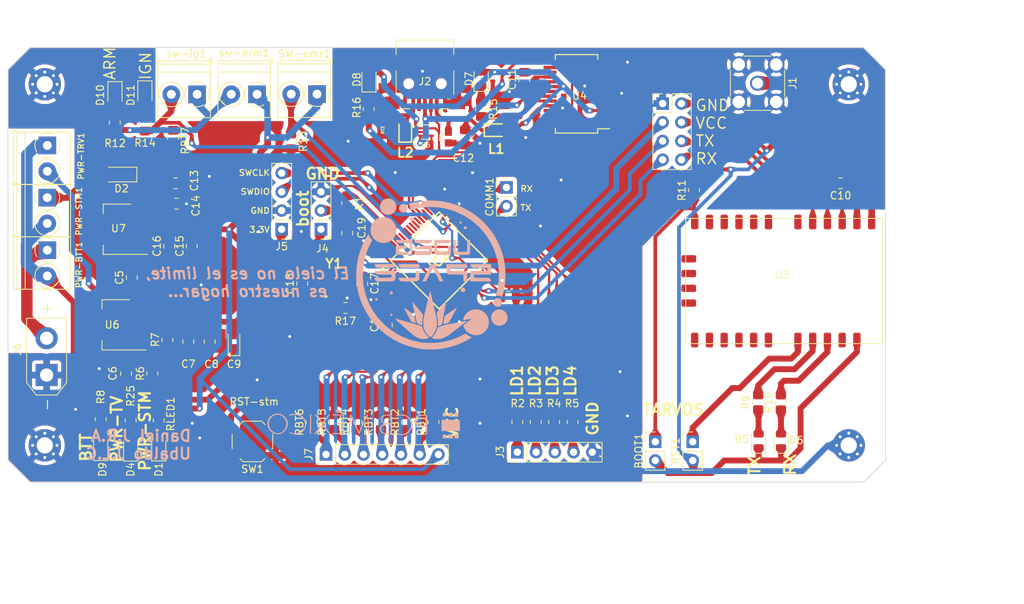
<source format=kicad_pcb>
(kicad_pcb (version 20240108) (generator "pcbnew") (generator_version "8.0")
  (layers (0 "F.Cu" signal) (31 "B.Cu" signal) (34 "B.Paste" user) (35 "F.Paste" user) (36 "B.SilkS" user "B.Silkscreen") (37 "F.SilkS" user "F.Silkscreen") (38 "B.Mask" user) (39 "F.Mask" user) (44 "Edge.Cuts" user))
  (net 0 "")
  (net 1 "GND")
  (net 2 "Net-(D1-A)")
  (net 3 "RST")
  (net 4 "Net-(D2-K)")
  (net 5 "BTTN1")
  (net 6 "Net-(U4-3V3OUT)")
  (net 7 "BTTN2")
  (net 8 "Net-(J2-GND)")
  (net 9 "+3.3VP")
  (net 10 "Net-(IC2-PH0-OSC_IN)")
  (net 11 "Net-(Y1-CRYSTAL_1)")
  (net 12 "Net-(IC2-VCAP_2)")
  (net 13 "Net-(IC2-VCAP_1)")
  (net 14 "Net-(D2-A)")
  (net 15 "Net-(IC2-BOOT0)")
  (net 16 "Net-(J4-Pin_2)")
  (net 17 "BTTN3")
  (net 18 "Net-(IC2-PH1-OSC_OUT)")
  (net 19 "BTTN4")
  (net 21 "BTTN5")
  (net 23 "BTTN6")
  (net 28 "TV_VDD")
  (net 30 "12V")
  (net 32 "ANT")
  (net 33 "TXD")
  (net 34 "RXT")
  (net 35 "Net-(U3-{slash}TX_IND)")
  (net 36 "Net-(U3-{slash}RX_IND)")
  (net 43 "Net-(PWR-TRV1A-B)")
  (net 44 "TV_GNDT")
  (net 45 "TV_VDDT")
  (net 47 "com_rx")
  (net 48 "com_tx")
  (net 49 "sw-out")
  (net 51 "Net-(sw-arm1A-B)")
  (net 52 "emr")
  (net 53 "Net-(U6-ADJ)")
  (net 54 "Net-(J3-Pin_1)")
  (net 55 "stmTXD")
  (net 56 "stmRXT")
  (net 57 "Net-(J3-Pin_2)")
  (net 58 "Net-(J3-Pin_3)")
  (net 59 "Net-(J3-Pin_4)")
  (net 61 "LD4")
  (net 62 "LD3")
  (net 63 "LD2")
  (net 64 "LD1")
  (net 66 "Net-(J6-Pin_2)")
  (net 67 "Net-(D4-A)")
  (net 68 "Net-(D5-A)")
  (net 69 "Net-(BOOT1-Pin_1)")
  (net 70 "Net-(D6-A)")
  (net 71 "Net-(D7-K)")
  (net 72 "Net-(RST1-Pin_1)")
  (net 73 "Net-(D8-K)")
  (net 74 "Net-(D9-A)")
  (net 75 "VUSB")
  (net 76 "Net-(J2-VBUS)")
  (net 77 "Net-(J2-D-)")
  (net 78 "Net-(J2-D+)")
  (net 79 "ST_RX")
  (net 80 "ST_TX")
  (net 81 "Net-(U4-CBUS0)")
  (net 82 "Net-(U4-CBUS1)")
  (net 103 "SWDIO")
  (net 104 "SWCLK")
  (net 114 "Net-(D10-A)")
  (net 115 "Net-(D11-A)")
  (footprint "Capacitor_SMD:C_0805_2012Metric_Pad1.18x1.45mm_HandSolder" (layer "F.Cu") (at 40.015514 68.273319 -90)
    (property "Reference" "C6")
    (property "Value" "100nF")
  )
  (footprint "Resistor_SMD:R_0805_2012Metric_Pad1.20x1.40mm_HandSolder" (layer "F.Cu") (at 36.576 74.4721 -90)
    (property "Reference" "R8")
    (property "Value" "330")
  )
  (footprint "Diode_SMD:D_SOD-123F" (layer "F.Cu") (at 39.2684 41.2496 180)
    (property "Reference" "D2")
    (property "Value" "1N5400")
  )
  (footprint "Capacitor_SMD:C_0805_2012Metric_Pad1.18x1.45mm_HandSolder" (layer "F.Cu") (at 40.7923 55.2304 90)
    (property "Reference" "C5")
    (property "Value" "100nF")
  )
  (footprint "Connector_PinHeader_2.54mm:PinHeader_1x03_P2.54mm_Vertical" (layer "F.Cu") (at 66.4463 48.6734 180)
    (property "Reference" "J4")
    (property "Value" "Conn_01x03_Pin")
  )
  (footprint "Resistor_SMD:R_0805_2012Metric_Pad1.20x1.40mm_HandSolder" (layer "F.Cu") (at 78.1303 74.8504 90)
    (property "Reference" "RBT2")
    (property "Value" "10K")
  )
  (footprint "Resistor_SMD:R_0805_2012Metric_Pad1.20x1.40mm_HandSolder" (layer "F.Cu") (at 69.7483 59.3564)
    (property "Reference" "R17")
    (property "Value" "50")
  )
  (footprint "Capacitor_SMD:C_0805_2012Metric_Pad1.18x1.45mm_HandSolder" (layer "F.Cu") (at 46.726156 42.429504)
    (property "Reference" "C13")
    (property "Value" "10uf")
  )
  (footprint "Resistor_SMD:R_0805_2012Metric_Pad1.20x1.40mm_HandSolder" (layer "F.Cu") (at 44.4502 74.6125 90)
    (property "Reference" "RLED1")
    (property "Value" "220")
  )
  (footprint "Resistor_SMD:R_0805_2012Metric_Pad1.20x1.40mm_HandSolder" (layer "F.Cu") (at 128.8035 72.1719 90)
    (property "Reference" "R10")
    (property "Value" "220")
  )
  (footprint "TerminalBlock_Phoenix:TerminalBlock_Phoenix_PT-1,5-2-3.5-H_1x02_P3.50mm_Horizontal" (layer "F.Cu") (at 29.3383 37.3054 -90)
    (property "Reference" "PWR-TRV1")
    (property "Value" "SW_DPST_x2")
  )
  (footprint "space:THRMC1608X95N" (layer "F.Cu") (at 83.7183 36.2304 -90)
    (property "Reference" "RT1")
    (property "Value" "NCP18XM472E03RB")
  )
  (footprint "Resistor_SMD:R_0805_2012Metric_Pad1.20x1.40mm_HandSolder" (layer "F.Cu") (at 70.0023 45.1324 -90)
    (property "Reference" "R1")
    (property "Value" "100k")
  )
  (footprint "Capacitor_SMD:C_0805_2012Metric_Pad1.18x1.45mm_HandSolder" (layer "F.Cu") (at 46.863 45.212)
    (property "Reference" "C14")
    (property "Value" "100nf")
  )
  (footprint "LED_SMD:LED_0805_2012Metric" (layer "F.Cu") (at 88.1627 28.2835 90)
    (property "Reference" "D7")
    (property "Value" "LED")
  )
  (footprint "Resistor_SMD:R_0805_2012Metric_Pad1.20x1.40mm_HandSolder" (layer "F.Cu") (at 68.2243 74.8504 90)
    (property "Reference" "RBT5")
    (property "Value" "10K")
  )
  (footprint "Package_TO_SOT_SMD:SOT-223" (layer "F.Cu") (at 38.6583 61.6424 180)
    (property "Reference" "U6")
    (property "Value" "TLV1117-ADJ")
  )
  (footprint "Package_SO:SSOP-28_5.3x10.2mm_P0.65mm" (layer "F.Cu") (at 101.096823 30.296877 180)
    (property "Reference" "U4")
    (property "Value" "FT232RL" (hide yes))
  )
  (footprint "Resistor_SMD:R_0805_2012Metric_Pad1.20x1.40mm_HandSolder" (layer "F.Cu") (at 38.489 34.2104 90)
    (property "Reference" "R12")
    (property "Value" "330")
  )
  (footprint "Resistor_SMD:R_0805_2012Metric_Pad1.20x1.40mm_HandSolder" (layer "F.Cu") (at 71.2723 74.8504 90)
    (property "Reference" "RBT4")
    (property "Value" "10K")
  )
  (footprint "Resistor_SMD:R_0805_2012Metric_Pad1.20x1.40mm_HandSolder" (layer "F.Cu") (at 117.0234 43.3945 90)
    (property "Reference" "R11")
    (property "Value" "220")
  )
  (footprint "Resistor_SMD:R_0805_2012Metric_Pad1.20x1.40mm_HandSolder" (layer "F.Cu") (at 98.058765 74.8504 -90)
    (property "Reference" "R4")
    (property "Value" "330")
  )
  (footprint "Capacitor_SMD:C_0805_2012Metric_Pad1.18x1.45mm_HandSolder" (layer "F.Cu") (at 136.898618 42.432979 180)
    (property "Reference" "C10")
    (property "Value" "100uF")
  )
  (footprint "LED_SMD:LED_0805_2012Metric" (layer "F.Cu") (at 36.576 78.3665 90)
    (property "Reference" "D9")
    (property "Value" "LED")
  )
  (footprint "LED_SMD:LED_0805_2012Metric" (layer "F.Cu") (at 128.8147 77.3904 90)
    (property "Reference" "D6")
    (property "Value" "LED")
  )
  (footprint "Capacitor_SMD:C_0805_2012Metric_Pad1.18x1.45mm_HandSolder" (layer "F.Cu") (at 63.9063 56.0544 90)
    (property "Reference" "C18")
    (property "Value" "6pF")
  )
  (footprint "LED_SMD:LED_0805_2012Metric" (layer "F.Cu") (at 44.4502 78.4225 90)
    (property "Reference" "D1")
    (property "Value" "LED")
  )
  (footprint "Resistor_SMD:R_0805_2012Metric_Pad1.20x1.40mm_HandSolder" (layer "F.Cu") (at 72.9227 32.3494 -90)
    (property "Reference" "R16")
    (property "Value" "270")
  )
  (footprint "Connector_PinHeader_2.54mm:PinHeader_1x05_P2.54mm_Vertical" (layer "F.Cu") (at 93.0666 78.9279 90)
    (property "Reference" "J3")
    (property "Value" "Conn_01x05_Pin")
  )
  (footprint "Resistor_SMD:R_0805_2012Metric_Pad1.20x1.40mm_HandSolder" (layer "F.Cu") (at 46.3803 36.2424 -90)
    (property "Reference" "RBT7")
    (property "Value" "10K")
  )
  (footprint "space:NX3225GA16000MSTDCRG1" (layer "F.Cu") (at 68.2243 55.8981)
    (property "Reference" "Y1")
    (property "Value" "NX3225GA-16.000M-STD-CRG-1" (hide yes))
  )
  (footprint "LED_SMD:LED_0805_2012Metric" (layer "F.Cu") (at 40.64 78.4453 90)
    (property "Reference" "D4")
    (property "Value" "LED")
  )
  (footprint "Capacitor_SMD:C_0805_2012Metric_Pad1.18x1.45mm_HandSolder" (layer "F.Cu") (at 70.0023 49.1964 90)
    (property "Reference" "C19")
    (property "Value" "2.2μF")
  )
  (footprint "Connector_Coaxial:SMA_Wurth_60312002114503_Vertical" (layer "F.Cu") (at 125.6283 28.8599 -90)
    (property "Reference" "J1")
    (property "Value" "Conn_Coaxial")
  )
  (footprint "Capacitor_SMD:C_0805_2012Metric_Pad1.18x1.45mm_HandSolder" (layer "F.Cu") (at 75.364294 61.667876 90)
    (property "Reference" "C1")
    (property "Value" "0.1uf")
  )
  (footprint "Capacitor_SMD:C_0805_2012Metric_Pad1.18x1.45mm_HandSolder" (layer "F.Cu") (at 91.86535 57.851484)
    (property "Reference" "C20" (hide yes))
    (property "Value" "2.2μF")
  )
  (footprint "MountingHole:MountingHole_2.2mm_M2_Pad_Via" (layer "F.Cu") (at 138 78 90)
    (property "Reference" "GNDSCREW3" (hide yes))
    (property "Value" "Conn_01x01_Male")
  )
  (footprint "space:STM32H503RBT6" (layer "F.Cu") (at 82.4483 52.9123 45)
    (property "Reference" "IC2")
    (property "Value" "STM32H503RBT6" (hide yes))
  )
  (footprint "LED_SMD:LED_0805_2012Metric" (layer "F.Cu") (at 38.5063 30.3262 -90)
    (property "Reference" "D10")
    (property "Value" "LED")
  )
  (footprint "TerminalBlock_Phoenix:TerminalBlock_Phoenix_PT-1,5-2-3.5-H_1x02_P3.50mm_Horizontal" (layer "F.Cu") (at 29.332907 44.385816 -90)
    (property "Reference" "PWR-STM1")
    (property "Value" "on-bt1")
  )
  (footprint "LED_SMD:LED_0805_2012Metric" (layer "F.Cu") (at 72.9481 28.3616 90)
    (property "Reference" "D8")
    (property "Value" "LED")
  )
  (footprint "Capacitor_SMD:C_0805_2012Metric_Pad1.18x1.45mm_HandSolder" (layer "F.Cu") (at 48.9203 50.9744 -90)
    (property "Reference" "C15")
    (property "Value" "10uf")
  )
  (footprint "Connector_PinHeader_2.54mm:PinHeader_2x04_P2.54mm_Vertical" (layer "F.Cu") (at 112.767334 31.619666)
    (property "Reference" "COMM-TRV1" (hide yes))
    (property "Value" "Conn_02x04_Odd_Even")
  )
  (footprint "TerminalBlock_Phoenix:TerminalBlock_Phoenix_PT-1,5-2-3.5-H_1x02_P3.50mm_Horizontal" (layer "F.Cu") (at 65.9103 30.3384 180)
    (property "Reference" "SW-emr1")
    (property "Value" "SW_Push_Open")
  )
  (footprint "LED_SMD:LED_0805_2012Metric" (layer "F.Cu") (at 42.5701 30.2249 -90)
    (property "Reference" "D11")
    (property "Value" "LED")
  )
  (footprint "Capacitor_Tantalum_SMD:CP_EIA-2012-15_AVX-P_Pad1.30x1.05mm_HandSolder" (layer "F.Cu") (at 54.653371 63.932861 90)
    (property "Reference" "C9")
    (property "Value" "100μF")
  )
  (footprint "space:220-100mhz-500mha" (layer "F.Cu") (at 77.8763 35.2264 90)
    (property "Reference" "L2")
    (property "Value" "74279263" (hide yes))
  )
  (footprint "Connector_PinHeader_2.54mm:PinHeader_1x02_P2.54mm_Vertical" (layer "F.Cu") (at 91.5923 43)
    (property "Reference" "COMM1")
    (property "Value" "comm-ext")
  )
  (footprint "Resistor_SMD:R_0805_2012Metric_Pad1.20x1.40mm_HandSolder" (layer "F.Cu") (at 81.6863 74.8504 90)
    (property "Reference" "RBT1")
    (property "Value" "10K")
  )
  (footprint "Resistor_SMD:R_0805_2012Metric_Pad1.20x1.40mm_HandSolder" (layer "F.Cu") (at 88.1627 32.3729 -90)
    (property "Reference" "R15")
    (property "Value" "270")
  )
  (footprint "Capacitor_SMD:C_0805_2012Metric_Pad1.18x1.45mm_HandSolder" (layer "F.Cu") (at 45.8723 50.9744 -90)
    (property "Reference" "C16")
    (property "Value" "100nf")
  )
  (footprint "Button_Switch_SMD:SW_SPST_TL3342" (layer "F.Cu") (at 57.15 77.47 180)
    (property "Reference" "SW1")
    (property "Value" "SW_Push")
  )
  (footprint "Connector_AMASS:AMASS_XT30UPB-M_1x02_P5.0mm_Vertical" (layer "F.Cu") (at 29.2466 68.4604 90)
    (property "Reference" "J6")
    (property "Value" "batt-conn")
  )
  (footprint "LED_SMD:LED_0805_2012Metric" (layer "F.Cu") (at 125.7747 77.3904 90)
    (property "Reference" "D5")
    (property "Value" "LED")
  )
  (footprint "space:220-100mhz-500mha" (layer "F.Cu") (at 90.2083 35.2304)
    (property "Reference" "L1")
    (property "Value" "74279263" (hide yes))
  )
  (footprint "MountingHole:MountingHole_2.2mm_M2_Pad_Via" (layer "F.Cu") (at 138 29 90)
    (property "Reference" "GNDSCREW4" (hide yes))
    (property "Value" "Conn_01x01_Male")
  )
  (footprint "space:THRMC1608X95N" (layer "F.Cu") (at 75.8443 35.2264 -90)
    (property "Reference" "RT2")
    (property "Value" "NCP18XM472E03RB")
  )
  (footprint "Resistor_SMD:R_0805_2012Metric_Pad1.20x1.40mm_HandSolder" (layer "F.Cu") (at 40.64 74.6124 90)
    (property "Reference" "R25")
    (property "Value" "220")
  )
  (footprint "Connector_PinHeader_2.54mm:PinHeader_1x02_P2.54mm_Vertical" (layer "F.Cu") (at 116.846 77.5096)
    (property "Reference" "RST1")
    (property "Value" "header rst")
  )
  (footprint "Resistor_SMD:R_0805_2012Metric_Pad1.20x1.40mm_HandSolder" (layer "F.Cu") (at 45.6183 63.6744 90)
    (property "Reference" "R7")
    (property "Value" "120R")
  )
  (footprint "TerminalBlock_Phoenix:TerminalBlock_Phoenix_PT-1,5-2-3.5-H_1x02_P3.50mm_Horizontal" (layer "F.Cu") (at 49.6543 30.3637 180)
    (property "Reference" "sw-ig1")
    (property "Value" "ignicion")
  )
  (footprint "space:tarvos-iii" (layer "F.Cu") (at 128.9483 53.5496 180)
    (property "Reference" "U3")
    (property "Value" "TARVOS_III")
  )
  (footprint "Resistor_SMD:R_0805_2012Metric_Pad1.20x1.40mm_HandSolder" (layer "F.Cu") (at 100.553065 74.8504 -90)
    (property "Reference" "R5")
    (property "Value" "330")
  )
  (footprint "Resistor_SMD:R_0805_2012Metric_Pad1.20x1.40mm_HandSolder" (layer "F.Cu") (at 74.5743 74.8504 90)
    (property "Reference" "RBT3")
    (property "Value" "10K")
  )
  (footprint "Resistor_SMD:R_0805_2012Metric_Pad1.20x1.40mm_HandSolder" (layer "F.Cu") (at 65.1763 74.8504 90)
    (property "Reference" "RBT6")
    (property "Value" "10K")
  )
  (footprint "MountingHole:MountingHole_2.2mm_M2_Pad_Via" (layer "F.Cu") (at 29 29 90)
    (property "Reference" "GNDSCREW1" (hide yes))
    (property "Value" "Conn_01x01_Male")
  )
  (footprint "MountingHole:MountingHole_2.2mm_M2_Pad_Via" (layer "F.Cu") (at 29 78 90)
    (property "Reference" "GNDSCREW2" (hide yes))
    (property "Value" "Conn_01x01_Male" (hide yes))
  )
  (footprint "space:SOT50P160X60-5N" (layer "F.Cu") (at 80.6703 35.4804)
    (property "Reference" "U5")
    (property "Value" "TPD2E001DRLR")
  )
  (footprint "TerminalBlock_Phoenix:TerminalBlock_Phoenix_PT-1,5-2-3.5-H_1x02_P3.50mm_Horizontal" (layer "F.Cu") (at 57.7823 30.3579 180)
    (property "Reference" "sw-arm1")
    (property "Value" "armado")
  )
  (footprint "Resistor_SMD:R_0805_2012Metric_Pad1.20x1.40mm_HandSolder" (layer "F.Cu") (at 93.070065 74.8504 -90)
    (property "Reference" "R2")
    (property "Value" "330")
  )
  (footprint "Connector_PinHeader_2.54mm:PinHeader_1x07_P2.54mm_Vertical" (layer "F.Cu") (at 67.1302 79.2321 90)
    (property "Reference" "J7")
    (property "Value" "Conn_01x07_Socket")
  )
  (footprint "Connector_PinHeader_2.54mm:PinHeader_1x04_P2.54mm_Vertical" (layer "F.Cu") (at 61.1123 48.6784 180)
    (property "Reference" "J5")
    (property "Value" "JTAG")
  )
  (footprint "TerminalBlock_Phoenix:TerminalBlock_Phoenix_PT-1,5-2-3.5-H_1x02_P3.50mm_Horizontal" (layer "F.Cu") (at 29.339 51.5104 -90)
    (property "Reference" "PWR-BTT1")
    (property "Value" "on-bt1")
  )
  (footprint "Capacitor_SMD:C_0805_2012Metric_Pad1.18x1.45mm_HandSolder" (layer "F.Cu") (at 51.351371 63.932861 -90)
    (property "Reference" "C8")
    (property "Value" "1μF")
  )
  (footprint "Capacitor_SMD:C_0805_2012Metric_Pad1.18x1.45mm_HandSolder" (layer "F.Cu") (at 72.0343 56.0544 -90)
    (property "Reference" "C17")
    (property "Value" "6pF")
  )
  (footprint "Resistor_SMD:R_0805_2012Metric_Pad1.20x1.40mm_HandSolder" (layer "F.Cu") (at 62.3823 36.7504 -90)
    (property "Reference" "R13")
    (property "Value" "10k")
  )
  (footprint "Capacitor_SMD:C_0805_2012Metric_Pad1.18x1.45mm_HandSolder" (layer "F.Cu") (at 48.452024 63.905972 -90)
    (property "Reference" "C7")
    (property "Value" "100nF")
  )
  (footprint "Connector_PinHeader_2.54mm:PinHeader_1x02_P2.54mm_Vertical" (layer "F.Cu") (at 111.766 77.5096)
    (property "Reference" "BOOT1")
    (property "Value" "Conn_01x02_Pin")
  )
  (footprint "Resistor_SMD:R_0805_2012Metric_Pad1.20x1.40mm_HandSolder" (layer "F.Cu") (at 95.564365 74.8504 -90)
    (property "Reference" "R3")
    (property "Value" "330")
  )
  (footprint "Connector_USB:USB_Mini-B_Lumberg_2486_01_Horizontal" (layer "F.Cu") (at 80.5427 28.9204 180)
    (property "Reference" "J2")
    (property "Value" "USB_B_Micro")
  )
  (footprint "Capacitor_SMD:C_0805_2012Metric_Pad1.18x1.45mm_HandSolder" (layer "F.Cu") (at 94 28.40911 -90)
    (property "Reference" "C11")
    (property "Value" "100nF")
  )
  (footprint "Resistor_SMD:R_0805_2012Metric_Pad1.20x1.40mm_HandSolder" (layer "F.Cu") (at 42.5528 34.3507 90)
    (property "Reference" "R14")
    (property "Value" "330")
  )
  (footprint "Capacitor_SMD:C_0805_2012Metric_Pad1.18x1.45mm_HandSolder" (layer "F.Cu") (at 86.0043 36.2304 90)
    (property "Reference" "C12")
    (property "Value" "10nF")
  )
  (footprint "Package_TO_SOT_SMD:SOT-223-3_TabPin2" (layer "F.Cu") (at 38.822843 48.677236 180)
    (property "Reference" "U7")
    (property "Value" "LD1117S33TR_SOT223")
  )
  (footprint "Resistor_SMD:R_0805_2012Metric_Pad1.20x1.40mm_HandSolder" (layer "F.Cu") (at 43.5863 68.2464 90)
    (property "Reference" "R6")
    (property "Value" "196")
  )
  (footprint "Resistor_SMD:R_0805_2012Metric_Pad1.20x1.40mm_HandSolder" (layer "F.Cu") (at 125.7229 72.1538 90)
    (property "Reference" "R9")
    (property "Value" "220")
  )
  (footprint "space:pcb-mexico" (layer "B.Cu") (at 72.39 74.93 180)
    (property "Reference" "G***" (hide yes))
    (property "Value" "LOGO" (hide yes))
  )
  (footprint "logos:SPACE" (layer "B.Cu") (at 81.28 54.61 180)
    (property "Reference" "G2")
    (property "Value" "LOGO" (hide yes))
  )
  (gr_poly (pts (xy 27 24) (xy 24 27) (xy 24 80) (xy 27 83) (xy 140 83) (xy 143 80) (xy 143 27) (xy 140 24)) (stroke (width 0.1)) (fill none) (layer "Edge.Cuts"))
  (gr_text "Daniel J.R.A\nUbaldo J.L.C" (at 49 80 0) (layer "B.SilkS") (effects (font (size 1.5 1.5) (thickness 0.3) (bold yes)) (justify left bottom mirror)))
  (gr_text "El cielo no es el limite,\nes nuestro hogar..." (at 56.515 55.88 0) (layer "B.SilkS") (effects (font (size 1.5 1.5) (thickness 0.3) (italic yes)) (justify mirror)))
  (gr_text "ARM\n\nIGN" (at 43.5301 28.5399 90) (layer "F.SilkS") (effects (font (size 1.5 1.5) (thickness 0.1875)) (justify left bottom)))
  (gr_text "TARVOS" (at 109.9312 74.041 0) (layer "F.SilkS") (effects (font (size 1.5 1.5) (thickness 0.3) (bold yes)) (justify left bottom)))
  (gr_text "TX\n\nRX" (at 130.937 82.2706 90) (layer "F.SilkS") (effects (font (size 1.5 1.5) (thickness 0.3) (bold yes)) (justify left bottom)))
  (gr_text "SWCLK\n\nSWDIO\n\nGND\n\n3.3V" (at 59.5883 49.1964 0) (layer "F.SilkS") (effects (font (size 0.8 0.85)) (justify right bottom)))
  (gr_text "PWR-STM" (at 43.450672 81.643708 90) (layer "F.SilkS") (effects (font (size 1.5 1.5) (thickness 0.3) (bold yes)) (justify left bottom)))
  (gr_text "boot" (at 64.860218 48.56457 90) (layer "F.SilkS") (effects (font (size 1.5 1.5) (thickness 0.3) (bold yes)) (justify left bottom)))
  (gr_text "GND" (at 64.172406 42.014724 0) (layer "F.SilkS") (effects (font (size 1.5 1.5) (thickness 0.3) (bold yes)) (justify left bottom)))
  (gr_text "LD1\nLD2\nLD3\nLD4" (at 101.13838 71.489571 90) (layer "F.SilkS") (effects (font (size 1.5 1.5) (thickness 0.3) (bold yes)) (justify left bottom)))
  (gr_text "RST-stm" (at 57.390829 72.066337 0) (layer "F.SilkS") (effects (font (size 1 1))))
  (gr_text "PWR-TV" (at 39.629804 80.49334 90) (layer "F.SilkS") (effects (font (size 1.5 1.5) (thickness 0.3) (bold yes)) (justify left bottom)))
  (gr_text "GND" (at 104.14 76.835 90) (layer "F.SilkS") (effects (font (size 1.5 1.5) (thickness 0.3) (bold yes)) (justify left bottom)))
  (gr_text "VCC" (at 85.10944 77.229369 90) (layer "F.SilkS") (effects (font (size 1.5 1.5) (thickness 0.3) (bold yes)) (justify left bottom)))
  (gr_text "GND\nVCC\nTX\nRX" (at 117.10814 39.984147 0) (layer "F.SilkS") (effects (font (size 1.5 1.5) (thickness 0.1875)) (justify left bottom)))
  (gr_text "BTT" (at 35.459718 80.370086 90) (layer "F.SilkS") (effects (font (size 1.5 1.5) (thickness 0.3) (bold yes)) (justify left bottom)))
  (gr_text "RX\n\nTX" (at 93.3958 46.228 0) (layer "F.SilkS") (effects (font (size 0.8 0.85)) (justify left bottom)))
  (segment (start 79 58.835474) (end 79.628358 58.207116) (width 0.3) (layer "F.Cu") (net 1))
  (segment (start 79 60.2304) (end 79 58.835474) (width 0.3) (layer "F.Cu") (net 1))
  (segment (start 79.7427 27.696) (end 80.2083 27.2304) (width 0.5) (layer "F.Cu") (net 1))
  (segment (start 83.7529 37) (end 85.6672 37) (width 0.5) (layer "F.Cu") (net 1))
  (segment (start 92 30) (end 93.44661 30) (width 0.38) (layer "F.Cu") (net 1))
  (segment (start 70.0023 50.2339) (end 72.2048 50.2339) (width 0.5) (layer "F.Cu") (net 1))
  (segment (start 63.9875 55.0981) (end 63.9063 55.0169) (width 0.8) (layer "F.Cu") (net 1))
  (segment (start 97.496823 28.021877) (end 95.424733 28.021877) (width 0.38) (layer "F.Cu") (net 1))
  (segment (start 106.816823 30.621877) (end 107.2083 30.2304) (width 0.3) (layer "F.Cu") (net 1))
  (segment (start 95.424733 28.021877) (end 94 29.44661) (width 0.38) (layer "F.Cu") (net 1))
  (segment (start 104.696823 30.621877) (end 106.816823 30.621877) (width 0.3) (layer "F.Cu") (net 1))
  (segment (start 99.2083 32.7304) (end 99.2083 32.2304) (width 0.3) (layer "F.Cu") (net 1))
  (segment (start 98.716823 33.221877) (end 99.2083 32.7304) (width 0.3) (layer "F.Cu") (net 1))
  (segment (start 97.496823 32.571877) (end 98.866823 32.571877) (width 0.3) (layer "F.Cu") (net 1))
  (segment (start 85.2083 60.268494) (end 85.2083 61.2304) (width 0.3) (layer "F.Cu") (net 1))
  (segment (start 91.0082 55.6006) (end 89.732794 55.6006) (width 0.3) (layer "F.Cu") (net 1))
  (segment (start 75.170207 50.2304) (end 72.2083 50.2304) (width 0.3) (layer "F.Cu") (net 1))
  (segment (start 76.092824 51.153018) (end 75.170207 50.2304) (width 0.3) (layer "F.Cu") (net 1))
  (segment (start 67.1243 55.0981) (end 63.9875 55.0981) (width 0.8) (layer "F.Cu") (net 1))
  (segment (start 97.496823 33.221877) (end 98.716823 33.221877) (width 0.3) (layer "F.Cu") (net 1))
  (segment (start 79.7427 31.6204) (end 79.7427 27.696) (width 0.5) (layer "F.Cu") (net 1))
  (segment (start 69.3243 56.6981) (end 69.3243 57.3243) (width 0.3) (layer "F.Cu") (net 1))
  (segment (start 86.0043 37.2679) (end 87.7321 37.2679) (width 0.3) (layer "F.Cu") (net 1))
  (segment (start 84.207582 59.267776) (end 85.2083 60.268494) (width 0.3) (layer "F.Cu") (net 1))
  (segment (start 93.44661 30) (end 94 29.44661) (width 0.38) (layer "F.Cu") (net 1))
  (segment (start 69.3243 57.3243) (end 70 58) (width 0.3) (layer "F.Cu") (net 1))
  (segment (start 87.7321 37.2679) (end 88 37) (width 0.3) (layer "F.Cu") (net 1))
  (segment (start 97.496823 29.971877) (end 94.525267 29.971877) (width 0.38) (layer "F.Cu") (net 1))
  (segment (start 85.194729 45.569677) (end 85.194729 45.216829) (width 0.3) (layer "F.Cu") (net 1))
  (segment (start 84.207582 46.556824) (end 85.194729 45.569677) (width 0.3) (layer "F.Cu") (net 1))
  (segment (start 89.732794 55.6006) (end 88.803776 54.671582) (width 0.3) (layer "F.Cu") (net 1))
  (segment (start 94.525267 29.971877) (end 94 29.44661) (width 0.38) (layer "F.Cu") (net 1))
  (segment (start 72.2048 50.2339) (end 72.2083 50.2304) (width 0.5) (layer "F.Cu") (net 1))
  (segment (start 98.866823 32.571877) (end 99.2083 32.2304) (width 0.3) (layer "F.Cu") (net 1))
  (via (at 33.1724 73.1012) (size 0.8) (drill 0.4) (layers "F.Cu" "B.Cu") (net 1))
  (via (at 76.5048 40.9702) (size 0.8) (drill 0.4) (layers "F.Cu" "B.Cu") (net 1))
  (via (at 50 77) (size 0.8) (drill 0.4) (layers "F.Cu" "B.Cu") (net 1))
  (via (at 85.194729 45.216829) (size 0.8) (drill 0.4) (layers "F.Cu" "B.Cu") (net 1))
  (via (at 62.2083 63.2304) (size 0.8) (drill 0.4) (layers "F.Cu" "B.Cu") (net 1))
  (via (at 36.3728 67.5894) (size 0.8) (drill 0.4) (layers "F.Cu" "B.Cu") (net 1))
  (via (at 94.2083 36.2304) (size 0.8) (drill 0.4) (layers "F.Cu" "B.Cu") (net 1))
  (via (at 83.2083 43.2304) (size 0.8) (drill 0.4) (layers "F.Cu" "B.Cu") (net 1))
  (via (at 80.2083 27.2304) (size 0.8) (drill 0.4) (layers "F.Cu" "B.Cu") (net 1))
  (via (at 88 75) (size 0.8) (drill 0.4) (layers "F.Cu" "B.Cu") (net 1))
  (via (at 99 42) (size 0.8) (drill 0.4) (layers "F.Cu" "B.Cu") (net 1))
  (via (at 92 30) (size 0.8) (drill 0.4) (layers "F.Cu" "B.Cu") (net 1))
  (via (at 48.2083 45.2304) (size 0.8) (drill 0.4) (layers "F.Cu" "B.Cu") (net 1))
  (via (at 108 74) (size 0.8) (drill 0.4) (layers "F.Cu" "B.Cu") (net 1))
  (via (at 70.1294 36.7284) (size 0.8) (drill 0.4) (layers "F.Cu" "B.Cu") (net 1))
  (via (at 63.7794 48.9712) (size 0.8) (drill 0.4) (layers "F.Cu" "B.Cu") (net 1))
  (via (at 88 37) (size 0.8) (drill 0.4) (layers "F.Cu" "B.Cu") (net 1))
  (via (at 79 60.2304) (size 0.8) (drill 0.4) (layers "F.Cu" "B.Cu") (net 1))
  (via (at 50.2083 56.2304) (size 0.8) (drill 0.4) (layers "F.Cu" "B.Cu") (net 1))
  (via (at 96.2083 48.2304) (size 0.8) (drill 0.4) (layers "F.Cu" "B.Cu") (net 1))
  (via (at 107.2083 30.2304) (size 0.8) (drill 0.4) (layers "F.Cu" "B.Cu") (net 1))
  (via (at 70 58) (size 0.8) (drill 0.4) (layers "F.Cu" "B.Cu") (net 1))
  (via (at 91.0082 55.6006) (size 0.8) (drill 0.4) (layers "F.Cu" "B.Cu") (net 1))
  (via (at 108 26) (size 0.8) (drill 0.4) (layers "F.Cu" "B.Cu") (net 1))
  (via (at 85.2083 61.2304) (size 0.8) (drill 0.4) (layers "F.Cu" "B.Cu") (net 1))
  (via (at 99.2083 32.2304) (size 0.8) (drill 0.4) (layers "F.Cu" "B.Cu") (net 1))
  (via (at 73.2083 58.2304) (size 0.8) (drill 0.4) (layers "F.Cu" "B.Cu") (net 1))
  (via (at 72.2083 50.2304) (size 0.8) (drill 0.4) (layers "F.Cu" "B.Cu") (net 1))
  (via (at 51.3 41.5) (size 0.8) (drill 0.4) (layers "F.Cu" "B.Cu") (net 1))
  (via (at 49 75) (size 0.8) (drill 0.4) (layers "F.Cu" "B.Cu") (net 1))
  (via (at 88 69) (size 0.8) (drill 0.4) (layers "F.Cu" "B.Cu") (net 1))
  (via (at 58 49) (size 0.8) (drill 0.4) (layers "F.Cu" "B.Cu") (net 1))
  (via (at 87 41) (size 0.8) (drill 0.4) (layers "F.Cu" "B.Cu") (net 1))
  (via (at 107 68) (size 0.8) (drill 0.4) (layers "F.Cu" "B.Cu") (net 1))
  (via (at 102.2083 29.2304) (size 0.8) (drill 0.4) (layers "F.Cu" "B.Cu") (net 1))
  (via (at 57.785 69.1134) (size 0.8) (drill 0.4) (layers "F.Cu" "B.Cu") (net 1))
  (segment (start 138 78) (end 135.1739 78) (width 0.8) (layer "B.Cu") (net 1))
  (segment (start 131.6743 81.4996) (end 105.6383 81.4996) (width 0.8) (layer "B.Cu") (net 1))
  (segment (start 103.2266 79.0879) (end 103.2266 78.9279) (width 0.8) (layer "B.Cu") (net 1))
  (segment (start 135.1739 78) (end 131.6743 81.4996) (width 0.8) (layer "B.Cu") (net 1))
  (segment (start 105.6383 81.4996) (end 103.2266 79.0879) (width 0.8) (layer "B.Cu") (net 1))
  (segment (start 44.45 77.4845) (end 44.45 75.6125) (width 0.5) (layer "F.Cu") (net 2))
  (segment (start 55.88 72.39) (end 57.87094 72.39) (width 0.8) (layer "F.Cu") (net 3))
  (segment (start 57.87094 72.39) (end 68.26094 62) (width 0.8) (layer "F.Cu") (net 3))
  (segment (start 73.0503 60.6264) (end 74 60.6264) (width 0.8) (layer "F.Cu") (net 3))
  (segment (start 71.6767 62) (end 68.26094 62) (width 0.8) (layer "F.Cu") (net 3))
  (segment (start 57.87094 73.29094) (end 60.05 75.47) (width 0.8) (layer "F.Cu") (net 3))
  (segment (start 54.25 75.47) (end 54.25 74.02) (width 0.8) (layer "F.Cu") (net 3))
  (segment (start 73.0503 60.6264) (end 71.6767 62) (width 0.8) (layer "F.Cu") (net 3))
  (segment (start 57.87094 72.39) (end 57.87094 73.29094) (width 0.8) (layer "F.Cu") (net 3))
  (segment (start 74 60.29994) (end 74 60.6264) (width 0.3) (layer "F.Cu") (net 3))
  (segment (start 74 60.6264) (end 75.360318 60.6264) (width 0.8) (layer "F.Cu") (net 3))
  (segment (start 77.860591 56.439349) (end 74 60.29994) (width 0.3) (layer "F.Cu") (net 3))
  (segment (start 54.25 74.02) (end 55.88 72.39) (width 0.8) (layer "F.Cu") (net 3))
  (segment (start 43.775704 42.429504) (end 43.7388 42.3926) (width 0.8) (layer "F.Cu") (net 4))
  (segment (start 43.7388 42.3926) (end 43.7388 44.611279) (width 0.8) (layer "F.Cu") (net 4))
  (segment (start 43.7388 44.611279) (end 41.972843 46.377236) (width 0.8) (layer "F.Cu") (net 4))
  (segment (start 40.6684 41.2496) (end 42.5958 41.2496) (width 0.8) (layer "F.Cu") (net 4))
  (segment (start 44.339521 45.212) (end 43.7388 44.611279) (width 0.8) (layer "F.Cu") (net 4))
  (segment (start 45.688656 42.429504) (end 43.775704 42.429504) (width 0.8) (layer "F.Cu") (net 4))
  (segment (start 45.8255 45.212) (end 44.339521 45.212) (width 0.8) (layer "F.Cu") (net 4))
  (segment (start 42.5958 41.2496) (end 43.7388 42.3926) (width 0.8) (layer "F.Cu") (net 4))
  (segment (start 67.2083 68.7544) (end 68.4583 67.5044) (width 0.3) (layer "F.Cu") (net 5))
  (segment (start 72.4956 67.5044) (end 76.646807 63.353193) (width 0.3) (layer "F.Cu") (net 5))
  (segment (start 76.646807 63.353193) (end 76.646807 58.360893) (width 0.3) (layer "F.Cu") (net 5))
  (segment (start 67.2083 77.8824) (end 67.2083 79.154) (width 0.8) (layer "F.Cu") (net 5))
  (segment (start 68.4583 67.5044) (end 72.4956 67.5044) (width 0.3) (layer "F.Cu") (net 5))
  (segment (start 65.1763 75.8504) (end 67.2083 77.8824) (width 0.8) (layer "F.Cu") (net 5))
  (segment (start 76.646807 58.360893) (end 78.2143 56.7934) (width 0.3) (layer "F.Cu") (net 5))
  (via (at 67.2083 68.7544) (size 0.8) (drill 0.4) (layers "F.Cu" "B.Cu") (net 5))
  (segment (start 67.2083 68.7544) (end 67.2083 79.154) (width 0.8) (layer "B.Cu") (net 5))
  (segment (start 97.496823 27.371877) (end 94.134128 27.371877) (width 0.3) (layer "F.Cu") (net 6))
  (segment (start 70.9956 68.0044) (end 72.9956 68.0044) (width 0.3) (layer "F.Cu") (net 7))
  (segment (start 70.2456 68.7544) (end 70.9956 68.0044) (width 0.3) (layer "F.Cu") (net 7))
  (segment (start 72.9956 68.0044) (end 77.146807 63.853193) (width 0.3) (layer "F.Cu") (net 7))
  (segment (start 68.2243 75.8504) (end 68.2243 76.2403) (width 0.8) (layer "F.Cu") (net 7))
  (segment (start 69.6302 77.6462) (end 69.6302 79.2321) (width 0.8) (layer "F.Cu") (net 7))
  (segment (start 77.146807 58.567893) (end 78.567698 57.147002) (width 0.3) (layer "F.Cu") (net 7))
  (segment (start 69.7483 68.7544) (end 70.2456 68.7544) (width 0.3) (layer "F.Cu") (net 7))
  (segment (start 77.146807 63.853193) (end 77.146807 58.567893) (width 0.3) (layer "F.Cu") (net 7))
  (segment (start 68.2243 76.2403) (end 69.6302 77.6462) (width 0.8) (layer "F.Cu") (net 7))
  (via (at 69.7483 68.7544) (size 0.8) (drill 0.4) (layers "F.Cu" "B.Cu") (net 7))
  (segment (start 69.6302 68.8725) (end 69.6302 79.2321) (width 0.8) (layer "B.Cu") (net 7))
  (segment (start 69.7483 68.7544) (end 69.6302 68.8725) (width 0.8) (layer "B.Cu") (net 7))
  (segment (start 76.972711 33.1946) (end 78.5601 33.1946) (width 0.5) (layer "F.Cu") (net 8))
  (segment (start 78.5603 33.1944) (end 78.5601 33.1946) (width 0.3) (layer "F.Cu") (net 8))
  (segment (start 78.9427 32.812) (end 78.9427 32.128) (width 0.5) (layer "F.Cu") (net 8))
  (segment (start 78.5603 33.1944) (end 78.9427 32.812) (width 0.5) (layer "F.Cu") (net 8))
  (segment (start 77.8763 33.8784) (end 78.5603 33.1944) (width 0.5) (layer "F.Cu") (net 8))
  (segment (start 77.8763 34.4264) (end 77.8763 33.8784) (width 0.5) (layer "F.Cu") (net 8))
  (segment (start 76.972711 33.1946) (end 75.8443 34.323011) (width 0.5) (layer "F.Cu") (net 8))
  (segment (start 72.838654 51.640381) (end 56.720381 51.640381) (width 0.8) (layer "F.Cu") (net 9))
  (segment (start 83.8085 56.4722) (end 83.8085 56.5035) (width 0.3) (layer "F.Cu") (net 9))
  (segment (start 64.77 51.4214) (end 66.4463 49.7451) (width 0.8) (layer "F.Cu") (net 9))
  (segment (start 73.307635 51.1714) (end 72.838654 51.640381) (width 0.8) (layer "F.Cu") (net 9))
  (segment (start 74.3204 51.6128) (end 74.3204 50.7304) (width 0.3) (layer "F.Cu") (net 9))
  (segment (start 83.82 56.515) (end 83.8085 56.5265) (width 0.3) (layer "F.Cu") (net 9))
  (segment (start 41.972843 48.677236) (end 35.672843 48.677236) (width 0.9) (layer "F.Cu") (net 9))
  (segment (start 45.8508 49.9369) (end 44.6023 48.6884) (width 0.8) (layer "F.Cu") (net 9))
  (segment (start 74.3204 50.7304) (end 73.748635 50.7304) (width 0.3) (layer "F.Cu") (net 9))
  (segment (start 59.2083 36.2304) (end 59.2083 37.2304) (width 0.9) (layer "F.Cu") (net 9))
  (segment (start 58.2083 44.4804) (end 54.0003 48.6884) (width 0.9) (layer "F.Cu") (net 9))
  (segment (start 47.6718 48.6884) (end 44.6023 48.6884) (width 0.8) (layer "F.Cu") (net 9))
  (segment (start 86.1617 53.5654) (end 86.1617 54.119) (width 0.3) (layer "F.Cu") (net 9))
  (segment (start 59.2083 37.2304) (end 58.2083 38.2304) (width 0.9) (layer "F.Cu") (net 9))
  (segment (start 81.3344 57.2082) (end 79.9819 58.5607) (width 0.3) (layer "F.Cu") (net 9))
  (segment (start 73.748635 50.7304) (end 73.307635 51.1714) (width 0.3) (layer "F.Cu") (net 9))
  (segment (start 66.4463 49.7451) (end 66.4463 48.6734) (width 0.8) (layer "F.Cu") (net 9))
  (segment (start 88.4047 53.5654) (end 86.1617 53.5654) (width 0.3) (layer "F.Cu") (net 9))
  (segment (start 44.984128 72.9996) (end 44.4502 73.533528) (width 0.8) (layer "F.Cu") (net 9))
  (segment (start 85.1702 52.5739) (end 86.1617 53.5654) (width 0.3) (layer "F.Cu") (net 9))
  (segment (start 59.69 51.4214) (end 61.1123 49.9991) (width 0.8) (layer "F.Cu") (net 9))
  (segment (start 56.720381 51.640381) (end 54.0003 48.9203) (width 0.8) (layer "F.Cu") (net 9))
  (segment (start 44.591136 48.677236) (end 41.972843 48.677236) (width 0.9) (layer "F.Cu") (net 9))
  (segment (start 44.6023 48.6884) (end 44.591136 48.677236) (width 0.9) (layer "F.Cu") (net 9))
  (segment (start 84.5611 58.9142) (end 83.8085 58.1616) (width 0.3) (layer "F.Cu") (net 9))
  (segment (start 48.9203 49.9369) (end 47.6718 48.6884) (width 0.8) (layer "F.Cu") (net 9))
  (segment (start 58.2083 38.2304) (end 58.2083 44.4804) (width 0.9) (layer "F.Cu") (net 9))
  (segment (start 75.7682 53.0606) (end 74.3204 51.6128) (width 0.3) (layer "F.Cu") (net 9))
  (segment (start 54.0003 48.6884) (end 47.6718 48.6884) (width 0.8) (layer "F.Cu") (net 9))
  (segment (start 83.8085 56.5035) (end 83.82 56.515) (width 0.3) (layer "F.Cu") (net 9))
  (segment (start 74.963099 50.7304) (end 74.3204 50.7304) (width 0.3) (layer "F.Cu") (net 9))
  (segment (start 83.8085 57.5784) (end 79.2907 53.0606) (width 0.3) (layer "F.Cu") (net 9))
  (segment (start 61.1123 49.9991) (end 61.1123 48.6784) (width 0.8) (layer "F.Cu") (net 9))
  (segment (start 82.9563 47.6724) (end 82.9563 47.101) (width 0.3) (layer "F.Cu") (net 9))
  (segment (start 85.1702 52.5739) (end 84.249221 52.5739) (width 0.3) (layer "F.Cu") (net 9))
  (segment (start 75.739271 51.506572) (end 74.963099 50.7304) (width 0.3) (layer "F.Cu") (net 9))
  (segment (start 82.9563 47.101) (end 83.854 46.2033) (width 0.3) (layer "F.Cu") (net 9))
  (segment (start 84.249221 52.5739) (end 84.224221 52.5989) (width 0.3) (layer "F.Cu") (net 9))
  (segment (start 50.0126 72.9996) (end 44.984128 72.9996) (width 0.8) (layer "F.Cu") (net 9))
  (segment (start 83.8085 56.5265) (end 83.8085 58.1616) (width 0.3) (layer "F.Cu") (net 9))
  (segment (start 54.0003 48.9203) (end 54.0003 48.6884) (width 0.8) (layer "F.Cu") (net 9))
  (segment (start 86.1617 54.119) (end 83.8085 56.4722) (width 0.3) (layer "F.Cu") (net 9))
  (segment (start 81.3344 55.1043) (end 81.3344 57.2082) (width 0.3) (layer "F.Cu") (net 9))
  (segment (start 79.2907 53.0606) (end 75.7682 53.0606) (width 0.3) (layer "F.Cu") (net 9))
  (segment (start 89.1573 54.318) (end 88.4047 53.5654) (width 0.3) (layer "F.Cu") (net 9))
  (via (at 59.2083 36.2304) (size 0.8) (drill 0.4) (layers "F.Cu" "B.Cu") (net 9))
  (via (at 54.0003 48.6884) (size 0.8) (drill 0.4) (layers "F.Cu" "B.Cu") (net 9))
  (via (at 82.9563 47.6724) (size 0.8) (drill 0.4) (layers "F.Cu" "B.Cu") (net 9))
  (via (at 84.224221 52.5989) (size 0.8) (drill 0.4) (layers "F.Cu" "B.Cu") (net 9))
  (via (at 50.0126 72.9996) (size 0.8) (drill 0.4) (layers "F.Cu" "B.Cu") (net 9))
  (segment (start 82.3702 79.2321) (end 80.3719 81.2304) (width 0.5) (layer "B.Cu") (net 9))
  (segment (start 65.9103 32.0897) (end 61.7696 36.2304) (width 0.9) (layer "B.Cu") (net 9))
  (segment (start 50.0126 69.0347) (end 49.9613 68.9834) (width 0.8) (layer "B.Cu") (net 9))
  (segment (start 50.0126 72.9996) (end 50.0126 69.0347) (width 0.8) (layer "B.Cu") (net 9))
  (segment (start 82.9563 47.6724) (end 84.224221 48.940321) (width 0.3) (layer "B.Cu") (net 9))
  (segment (start 59.2083 31.7839) (end 57.7823 30.3579) (width 0.9) (layer "B.Cu") (net 9))
  (segment (start 49.9613 68.9834) (end 54.0003 64.9444) (width 0.8) (layer "B.Cu") (net 9))
  (segment (start 61.7696 36.2304) (end 59.2083 36.2304) (width 0.9) (layer "B.Cu") (net 9))
  (segment (start 65.9103 30.3384) (end 65.9103 32.0897) (width 0.9) (layer "B.Cu") (net 9))
  (segment (start 84.224221 48.940321) (end 84.224221 52.568979) (width 0.3) (layer "B.Cu") (net 9))
  (segment (start 80.3719 81.2304) (end 62.2083 81.2304) (width 0.5) (layer "B.Cu") (net 9))
  (segment (start 84.224221 52.568979) (end 84.2193 52.5739) (width 0.3) (layer "B.Cu") (net 9))
  (segment (start 54.0003 64.9444) (end 54.0003 48.6884) (width 0.8) (layer "B.Cu") (net 9))
  (segment (start 62.2083 81.2304) (end 49.9613 68.9834) (width 0.5) (layer "B.Cu") (net 9))
  (segment (start 59.2083 36.2304) (end 59.2083 31.7839) (width 0.9) (layer "B.Cu") (net 9))
  (segment (start 75.8881 56.9976) (end 77.1535 55.7322) (width 0.3) (layer "F.Cu") (net 10))
  (segment (start 71.9531 55.0981) (end 69.3243 55.0981) (width 0.5) (layer "F.Cu") (net 10))
  (segment (start 75.565 56.9976) (end 75.8881 56.9976) (width 0.3) (layer "F.Cu") (net 10))
  (segment (start 72.5429 55.0169) (end 72.0343 55.0169) (width 0.5) (layer "F.Cu") (net 10))
  (segment (start 75.565 56.9976) (end 74.5236 56.9976) (width 0.5) (layer "F.Cu") (net 10))
  (segment (start 74.5236 56.9976) (end 72.5429 55.0169) (width 0.5) (layer "F.Cu") (net 10))
  (segment (start 65.452576 57.474676) (end 67.3343 59.3564) (width 0.5) (layer "F.Cu") (net 11))
  (segment (start 67.1243 56.6981) (end 65.846376 56.6981) (width 0.8) (layer "F.Cu") (net 11))
  (segment (start 67.3343 59.3564) (end 68.7483 59.3564) (width 0.5) (layer "F.Cu") (net 11))
  (segment (start 65.846376 56.6981) (end 65.452576 57.0919) (width 0.8) (layer "F.Cu") (net 11))
  (segment (start 65.452576 57.0919) (end 63.9063 57.0919) (width 0.8) (layer "F.Cu") (net 11))
  (segment (start 65.452576 57.0919) (end 65.452576 57.474676) (width 0.5) (layer "F.Cu") (net 11))
  (segment (start 70.0023 48.1589) (end 73.8058 48.1589) (width 0.5) (layer "F.Cu") (net 12))
  (segment (start 73.8058 48.1589) (end 75.0898 49.4429) (width 0.5) (layer "F.Cu") (net 12))
  (segment (start 75.0898 49.4429) (end 76.4464 50.7995) (width 0.3) (layer "F.Cu") (net 12))
  (segment (start 88.450222 55.025135) (end 90.82785 57.402763) (width 0.3) (layer "F.Cu") (net 13))
  (segment (start 32.091735 44.4121) (end 33.083513 43.420322) (width 0.8) (layer "F.Cu") (net 14))
  (segment (start 29.2199 44.4121) (end 32.091735 44.4121) (width 0.8) (layer "F.Cu") (net 14))
  (segment (start 33.083513 43.420322) (end 35.697678 43.420322) (width 0.8) (layer "F.Cu") (net 14))
  (segment (start 35.697678 43.420322) (end 37.8684 41.2496) (width 0.8) (layer "F.Cu") (net 14))
  (segment (start 71.193526 44.1324) (end 77.153484 50.092358) (width 0.3) (layer "F.Cu") (net 15))
  (segment (start 70.0023 44.1324) (end 71.193526 44.1324) (width 0.3) (layer "F.Cu") (net 15))
  (segment (start 66.4463 46.1334) (end 69.7473 46.1334) (width 0.8) (layer "F.Cu") (net 16))
  (segment (start 71.2723 75.8504) (end 72.2102 76.7883) (width 0.8) (layer "F.Cu") (net 17))
  (segment (start 77.730405 64.163945) (end 77.730405 58.691295) (width 0.3) (layer "F.Cu") (net 17))
  (segment (start 72.2102 76.7883) (end 72.2102 79.2321) (width 0.8) (layer "F.Cu") (net 17))
  (segment (start 73.13995 68.7544) (end 77.730405 64.163945) (width 0.3) (layer "F.Cu") (net 17))
  (segment (start 72.0343 68.7544) (end 73.13995 68.7544) (width 0.3) (layer "F.Cu") (net 17))
  (segment (start 77.730405 58.691295) (end 78.9213 57.5004) (width 0.3) (layer "F.Cu") (net 17))
  (via (at 72.0343 68.7544) (size 0.8) (drill 0.4) (layers "F.Cu" "B.Cu") (net 17))
  (segment (start 72.1302 68.8503) (end 72.1302 79.2321) (width 0.8) (layer "B.Cu") (net 17))
  (segment (start 72.0343 68.7544) (end 72.1302 68.8503) (width 0.8) (layer "B.Cu") (net 17))
  (segment (start 74.233 59.3598) (end 77.507 56.0858) (width 0.3) (layer "F.Cu") (net 18))
  (segment (start 73.787 59.3598) (end 74.233 59.3598) (width 0.3) (layer "F.Cu") (net 18))
  (segment (start 73.7836 59.3564) (end 73.787 59.3598) (width 0.5) (layer "F.Cu") (net 18))
  (segment (start 70.7483 59.3564) (end 73.7836 59.3564) (width 0.5) (layer "F.Cu") (net 18))
  (segment (start 74.5743 79.0562) (end 74.7502 79.2321) (width 0.8) (layer "F.Cu") (net 19))
  (segment (start 74.5743 75.8504) (end 74.5743 79.0562) (width 0.8) (layer "F.Cu") (net 19))
  (segment (start 79.2748 57.8539) (end 78.25 58.8787) (width 0.3) (layer "F.Cu") (net 19))
  (segment (start 78.25 58.8787) (end 78.25 60.541061) (width 0.3) (layer "F.Cu") (net 19))
  (segment (start 78.25 60.541061) (end 78.272317 60.563378) (width 0.3) (layer "F.Cu") (net 19))
  (segment (start 78.272317 60.563378) (end 78.272317 65.056383) (width 0.3) (layer "F.Cu") (net 19))
  (segment (start 78.272317 65.056383) (end 74.6303 68.6984) (width 0.3) (layer "F.Cu") (net 19))
  (via (at 74.5743 68.7544) (size 0.8) (drill 0.4) (layers "F.Cu" "B.Cu") (net 19))
  (segment (start 74.6302 68.8103) (end 74.6302 79.2321) (width 0.8) (layer "B.Cu") (net 19))
  (segment (start 74.5743 68.7544) (end 74.6302 68.8103) (width 0.8) (layer "B.Cu") (net 19))
  (segment (start 77.1143 68.7544) (end 80.1623 65.7064) (width 0.3) (layer "F.Cu") (net 21))
  (segment (start 77.2902 76.6905) (end 77.2902 79.2321) (width 0.8) (layer "F.Cu") (net 21))
  (segment (start 86.7663 59.7054) (end 85.2683 58.2074) (width 0.3) (layer "F.Cu") (net 21))
  (segment (start 86.7663 60.8804) (end 86.7663 59.7054) (width 0.3) (layer "F.Cu") (net 21))
  (segment (start 78.1303 75.8504) (end 77.2902 76.6905) (width 0.8) (layer "F.Cu") (net 21))
  (segment (start 81.9403 65.7064) (end 86.7663 60.8804) (width 0.3) (layer "F.Cu") (net 21))
  (segment (start 80.1623 65.7064) (end 81.9403 65.7064) (width 0.3) (layer "F.Cu") (net 21))
  (via (at 77.1143 68.7544) (size 0.8) (drill 0.4) (layers "F.Cu" "B.Cu") (net 21))
  (segment (start 77.1143 68.7544) (end 77.1302 68.7703) (width 0.8) (layer "B.Cu") (net 21))
  (segment (start 77.1302 68.7703) (end 77.1302 79.2321) (width 0.8) (layer "B.Cu") (net 21))
  (segment (start 87.2743 59.5064) (end 85.6218 57.8539) (width 0.3) (layer "F.Cu") (net 23))
  (segment (start 81.4483 75.8504) (end 79.8302 77.4685) (width 0.8) (layer "F.Cu") (net 23))
  (segment (start 79.6543 68.7544) (end 87.2743 61.1344) (width 0.3) (layer "F.Cu") (net 23))
  (segment (start 79.8302 77.4685) (end 79.8302 79.2321) (width 0.8) (layer "F.Cu") (net 23))
  (segment (start 87.2743 61.1344) (end 87.2743 59.5064) (width 0.3) (layer "F.Cu") (net 23))
  (via (at 79.6543 68.7544) (size 0.8) (drill 0.4) (layers "F.Cu" "B.Cu") (net 23))
  (segment (start 79.6543 68.7544) (end 79.6543 78.6707) (width 0.8) (layer "B.Cu") (net 23))
  (segment (start 54.653371 62.957861) (end 54.653371 61.497329) (width 0.8) (layer "F.Cu") (net 28))
  (segment (start 60.8583 52.7524) (end 71.9802 52.7524) (width 0.8) (layer "F.Cu") (net 28))
  (segment (start 56.8706 66.04) (end 51.1048 71.8058) (width 0.8) (layer "F.Cu") (net 28))
  (segment (start 59.0803 57.0704) (end 59.0803 54.5304) (width 0.8) (layer "F.Cu") (net 28))
  (segment (start 56.8706 60.706) (end 56.8706 66.04) (width 0.8) (layer "F.Cu") (net 28))
  (segment (start 49.2083 61.2304) (end 52.2083 61.2304) (width 0.8) (layer "F.Cu") (net 28))
  (segment (start 51.1048 71.8058) (end 42.2509 71.8058) (width 0.8) (layer "F.Cu") (net 28))
  (segment (start 56.15765 59.99305) (end 56.8706 60.706) (width 0.8) (layer "F.Cu") (net 28))
  (segment (start 51.351371 62.087329) (end 52.2083 61.2304) (width 0.8) (layer "F.Cu") (net 28))
  (segment (start 48.452024 62.868472) (end 48.452024 61.986676) (width 0.8) (layer "F.Cu") (net 28))
  (segment (start 54.653371 61.497329) (end 54.9203 61.2304) (width 0.8) (layer "F.Cu") (net 28))
  (segment (start 46.2083 61.2304) (end 49.2083 61.2304) (width 0.8) (layer "F.Cu") (net 28))
  (segment (start 45.6183 61.8204) (end 46.2083 61.2304) (width 0.8) (layer "F.Cu") (net 28))
  (segment (start 44.275506 61.2304) (end 46.2083 61.2304) (width 0.8) (layer "F.Cu") (net 28))
  (segment (start 43.863506 61.6424) (end 44.275506 61.2304) (width 0.8) (layer "F.Cu") (net 28))
  (segment (start 54.9203 61.2304) (end 59.0803 57.0704) (width 0.8) (layer "F.Cu") (net 28))
  (segment (start 41.8083 61.6424) (end 43.863506 61.6424) (width 0.8) (layer "F.Cu") (net 28))
  (segment (start 48.452024 61.986676) (end 49.2083 61.2304) (width 0.8) (layer "F.Cu") (net 28))
  (segment (start 51.351371 62.895361) (end 51.351371 62.087329) (width 0.8) (layer "F.Cu") (net 28))
  (segment (start 52.2083 61.2304) (end 54.9203 61.2304) (width 0.8) (layer "F.Cu") (net 28))
  (segment (start 42.2509 71.8058) (end 40.64 73.4167) (width 0.8) (layer "F.Cu") (net 28))
  (segment (start 45.6183 62.6744) (end 45.6183 61.8204) (width 0.8) (layer "F.Cu") (net 28))
  (segment (start 59.0803 54.5304) (end 60.8583 52.7524) (width 0.8) (layer "F.Cu") (net 28))
  (segment (start 71.9802 52.7524) (end 72.4408 53.213) (width 0.8) (layer "F.Cu") (net 28))
  (via (at 72.4408 53.213) (size 0.8) (drill 0.4) (layers "F.Cu" "B.Cu") (net 28))
  (segment (start 106.4768 40.4502) (end 112.767334 34.159666) (width 0.8) (layer "B.Cu") (net 28))
  (segment (start 72.83275 53.60495) (end 96.07375 53.60495) (width 0.8) (layer "B.Cu") (net 28))
  (segment (start 96.07375 53.60495) (end 106.4768 43.2019) (width 0.8) (layer "B.Cu") (net 28))
  (segment (start 72.4408 53.213) (end 72.83275 53.60495) (width 0.8) (layer "B.Cu") (net 28))
  (segment (start 106.4768 43.2019) (end 106.4768 40.4502) (width 0.8) (layer "B.Cu") (net 28))
  (segment (start 32.9183 58.5897) (end 32.9183 67.4369) (width 0.8) (layer "F.Cu") (net 30))
  (segment (start 36.576 71.0946) (end 36.576 73.4721) (width 0.8) (layer "F.Cu") (net 30))
  (segment (start 32.9183 67.4369) (end 36.576 71.0946) (width 0.8) (layer "F.Cu") (net 30))
  (segment (start 29.339 55.0104) (end 32.9183 58.5897) (width 0.8) (layer "F.Cu") (net 30))
  (segment (start 26.5176 53.2892) (end 26.5176 50.7711) (width 1.55) (layer "B.Cu") (net 30))
  (segment (start 26.5683 38.5827) (end 26.5683 50.5634) (width 1.55) (layer "B.Cu") (net 30))
  (segment (start 29.339 55.0104) (end 28.2388 55.0104) (width 1.55) (layer "B.Cu") (net 30))
  (segment (start 27.8456 37.3054) (end 26.5683 38.5827) (width 1.55) (layer "B.Cu") (net 30))
  (segment (start 29.3383 37.3054) (end 27.8456 37.3054) (width 1.55) (layer "B.Cu") (net 30))
  (segment (start 26.5683 50.5634) (end 29.2199 47.9124) (width 1.55) (layer "B.Cu") (net 30))
  (segment (start 28.2388 55.0104) (end 26.5176 53.2892) (width 1.55) (layer "B.Cu") (net 30))
  (segment (start 26.5176 50.7711) (end 26.5683 50.7204) (width 1.55) (layer "B.Cu") (net 30))
  (segment (start 26.5683 50.7204) (end 26.5683 50.5634) (width 0.9) (layer "B.Cu") (net 30))
  (segment (start 141.1083 43.1724) (end 141.1083 47.6894) (width 0.9) (layer "F.Cu") (net 32))
  (segment (start 141.1323 43.1484) (end 141.1083 43.1724) (width 0.9) (layer "F.Cu") (net 32))
  (segment (start 130.4383 28.8599) (end 125.6283 28.8599) (width 1.55) (layer "F.Cu") (net 32))
  (segment (start 141.1323 39.5545) (end 130.4383 28.8599) (width 1.55) (layer "F.Cu") (net 32))
  (segment (start 141.1323 43.1484) (end 141.1323 39.5545) (width 1.55) (layer "F.Cu") (net 32))
  (segment (start 135.1083 47.6894) (end 135.1083 44.9604) (width 0.5) (layer "F.Cu") (net 33))
  (segment (start 123.2187 36.8808) (end 115.488468 36.8808) (width 0.5) (layer "F.Cu") (net 33))
  (segment (start 115.488468 36.8808) (end 115.307334 36.699666) (width 0.5) (layer "F.Cu") (net 33))
  (segment (start 127.9143 41.5764) (end 123.2187 36.8808) (width 0.5) (layer "F.Cu") (net 33))
  (segment (start 131.7243 41.5764) (end 127.9143 41.5764) (width 0.5) (layer "F.Cu") (net 33))
  (segment (start 135.1083 44.9604) (end 131.7243 41.5764) (width 0.5) (layer "F.Cu") (net 33))
  (segment (start 130.5083 42.5304) (end 127.3443 42.5304) (width 0.5) (layer "F.Cu") (net 34))
  (segment (start 123.3423 38.5284) (end 116.0186 38.5284) (width 0.5) (layer "F.Cu") (net 34))
  (segment (start 133.1083 47.2784) (end 133.1083 45.1304) (width 0.5) (layer "F.Cu") (net 34))
  (segment (start 116.0186 38.5284) (end 115.307334 39.239666) (width 0.5) (layer "F.Cu") (net 34))
  (segment (start 133.1083 45.1304) (end 130.5083 42.5304) (width 0.5) (layer "F.Cu") (net 34))
  (segment (start 127.3443 42.5304) (end 123.3423 38.5284) (width 0.5) (layer "F.Cu") (net 34))
  (segment (start 127.941635 67.660359) (end 125.7229 69.879094) (width 0.8) (layer "F.Cu") (net 35))
  (segment (start 133.1083 65.1994) (end 130.647341 67.660359) (width 0.8) (layer "F.Cu") (net 35))
  (segment (start 130.647341 67.660359) (end 127.941635 67.660359) (width 0.8) (layer "F.Cu") (net 35))
  (segment (start 125.7229 69.879094) (end 125.7229 71.1538) (width 0.8) (layer "F.Cu") (net 35))
  (segment (start 133.1083 63.7096) (end 133.1083 65.1994) (width 0.8) (layer "F.Cu") (net 35))
  (segment (start 135.1083 64.1004) (end 135.1083 65.3304) (width 0.8) (layer "F.Cu") (net 36))
  (segment (start 135.1083 65.3304) (end 131.2083 69.2304) (width 0.8) (layer "F.Cu") (net 36))
  (segment (start 129.2083 69.2304) (end 128.8035 69.6352) (width 0.8) (layer "F.Cu") (net 36))
  (segment (start 128.8035 69.6352) (end 128.8035 71.1719) (width 0.8) (layer "F.Cu") (net 36))
  (segment (start 131.2083 69.2304) (end 129.2083 69.2304) (width 0.8) (layer "F.Cu") (net 36))
  (segment (start 40.7923 58.3264) (end 40.7923 57.8358) (width 0.9) (layer "F.Cu") (net 43))
  (segment (start 34.9503 56.0544) (end 36.757789 57.861889) (width 0.8) (layer "F.Cu") (net 43))
  (segment (start 40.766211 57.861889) (end 40.7923 57.8358) (width 0.8) (layer "F.Cu") (net 43))
  (segment (start 36.757789 57.861889) (end 40.766211 57.861889) (width 0.8) (layer "F.Cu") (net 43))
  (segment (start 40.7923 57.8358) (end 40.7923 56.2679) (width 0.9) (layer "F.Cu") (net 43))
  (segment (start 41.8083 59.3424) (end 40.7923 58.3264) (width 0.9) (layer "F.Cu") (net 43))
  (via (at 34.9503 56.0544) (size 0.8) (drill 0.4) (layers "F.Cu" "B.Cu") (net 43))
  (segment (start 34.9503 53.7684) (end 32.6643 51.4824) (width 0.8) (layer "B.Cu") (net 43))
  (segment (start 32.6643 44.1314) (end 29.3383 40.8054) (width 0.8) (layer "B.Cu") (net 43))
  (segment (start 32.6643 51.4824) (end 32.6643 44.1314) (width 0.8) (layer "B.Cu") (net 43))
  (segment (start 34.9503 56.0544) (end 34.9503 53.7684) (width 0.8) (layer "B.Cu") (net 43))
  (segment (start 128.820535 78.333735) (end 128.820535 80.0494) (width 0.8) (layer "F.Cu") (net 44))
  (segment (start 131.4703 78.4064) (end 131.4703 72.9684) (width 0.8) (layer "F.Cu") (net 44))
  (segment (start 134.0324 36.2424) (end 139.1083 41.3183) (width 0.8) (layer "F.Cu") (net 44))
  (segment (start 129.8273 80.0494) (end 131.4703 78.4064) (width 0.8) (layer "F.Cu") (net 44))
  (segment (start 139.1083 65.3304) (end 139.1083 64.4184) (width 0.8) (layer "F.Cu") (net 44))
  (segment (start 117.293866 31.619666) (end 120.9006 35.2264) (width 0.5) (layer "F.Cu") (net 44))
  (segment (start 126.8983 38.0204) (end 128.6763 36.2424) (width 0.8) (layer "F.Cu") (net 44))
  (segment (start 128.6763 36.2424) (end 134.0324 36.2424) (width 0.8) (layer "F.Cu") (net 44))
  (segment (start 121.119232 80.0494) (end 129.8273 80.0494) (width 0.8) (layer "F.Cu") (net 44))
  (segment (start 139.1083 41.3183) (end 139.1083 42.545) (width 0.8) (layer "F.Cu") (net 44))
  (segment (start 115.307334 31.619666) (end 117.293866 31.619666) (width 0.5) (layer "F.Cu") (net 44))
  (segment (start 125.78032 78.38462) (end 125.78032 80.0494) (width 0.8) (layer "F.Cu") (net 44))
  (segment (start 139.1083 42.545) (end 138.048139 42.545) (width 0.8) (layer "F.Cu") (net 44))
  (segment (start 111.766 80.0496) (end 113.47592 81.75952) (width 0.8) (layer "F.Cu") (net 44))
  (segment (start 122 40.5604) (end 118.8573 40.5604) (width 0.5) (layer "F.Cu") (net 44))
  (segment (start 113.47592 81.75952) (end 119.409112 81.75952) (width 0.8) (layer "F.Cu") (net 44))
  (segment (start 124.1043 35.2264) (end 126.8983 38.0204) (width 0.5) (layer "F.Cu") (net 44))
  (segment (start 117.2083 81.75952) (end 116.846 81.39722) (width 0.8) (layer "F.Cu") (net 44))
  (segment (start 120.9006 35.2264) (end 124.1043 35.2264) (width 0.5) (layer "F.Cu") (net 44))
  (segment (start 118.8573 40.5604) (end 117.0234 42.3943) (width 0.5) (layer "F.Cu") (net 44))
  (segment (start 131.4703 72.9684) (end 139.1083 65.3304) (width 0.8) (layer "F.Cu") (net 44))
  (segment (start 119.409112 81.75952) (end 121.119232 80.0494) (width 0.8) (layer "F.Cu") (net 44))
  (segment (start 116.846 81.39722) (end 116.846 80.0494) (width 0.8) (layer "F.Cu") (net 44))
  (segment (start 139.1083 42.545) (end 139.1083 47.6896) (width 0.8) (layer "F.Cu") (net 44))
  (via (at 122 40.5604) (size 0.8) (drill 0.4) (layers "F.Cu" "B.Cu") (net 44))
  (via (at 126.8983 38.0204) (size 0.8) (drill 0.4) (layers "F.Cu" "B.Cu") (net 44))
  (segment (start 122 41.3947) (end 114.9858 48.4089) (width 0.5) (layer "B.Cu") (net 44))
  (segment (start 122 40.5604) (end 124.3583 40.5604) (width 0.5) (layer "B.Cu") (net 44))
  (segment (start 114.9858 48.4089) (end 114.9858 78.7146) (width 0.5) (layer "B.Cu") (net 44))
  (segment (start 124.3583 40.5604) (end 126.8983 38.0204) (width 0.5) (layer "B.Cu") (net 44))
  (segment (start 122 40.5604) (end 122 41.3947) (width 0.5) (layer "B.Cu") (net 44))
  (segment (start 114.9858 78.7146) (end 116.3208 80.0496) (width 0.5) (layer "B.Cu") (net 44))
  (segment (start 119.3004 35.9884) (end 117.471666 34.159666) (width 0.5) (layer "F.Cu") (net 45))
  (segment (start 134.29145 42.87355) (end 137.1083 45.6904) (width 0.5) (layer "F.Cu") (net 45))
  (segment (start 132.0579 40.64) (end 128.2479 40.64) (width 0.5) (layer "F.Cu") (net 45))
  (segment (start 137.1083 47.6894) (end 137.1083 45.6904) (width 0.5) (layer "F.Cu") (net 45))
  (segment (start 134.732021 42.432979) (end 135.861118 42.432979) (width 0.5) (layer "F.Cu") (net 45))
  (segment (start 134.29145 42.87355) (end 132.0579 40.64) (width 0.5) (layer "F.Cu") (net 45))
  (segment (start 117.471666 34.159666) (end 115.307334 34.159666) (width 0.5) (layer "F.Cu") (net 45))
  (segment (start 134.29145 42.87355) (end 134.732021 42.432979) (width 0.5) (layer "F.Cu") (net 45))
  (segment (start 128.2479 40.64) (end 123.5963 35.9884) (width 0.5) (layer "F.Cu") (net 45))
  (segment (start 123.5963 35.9884) (end 119.3004 35.9884) (width 0.5) (layer "F.Cu") (net 45))
  (segment (start 90.5928 43) (end 85.6218 47.971) (width 0.3) (layer "F.Cu") (net 47))
  (segment (start 91.5923 43) (end 90.5928 43) (width 0.3) (layer "F.Cu") (net 47))
  (segment (start 91.5923 45.54) (end 90.736249 46.396051) (width 0.3) (layer "F.Cu") (net 48))
  (segment (start 87.903849 46.396051) (end 85.9753 48.3246) (width 0.3) (layer "F.Cu") (net 48))
  (segment (start 90.736249 46.396051) (end 87.903849 46.396051) (width 0.3) (layer "F.Cu") (net 48))
  (segment (start 88.4502 50.7995) (end 87.4003 51.8494) (width 0.3) (layer "F.Cu") (net 49))
  (segment (start 46.3803 35.2424) (end 48.1963 35.2424) (width 0.5) (layer "F.Cu") (net 49))
  (segment (start 48.9203 37.0044) (end 48.9203 35.9424) (width 0.5) (layer "F.Cu") (net 49))
  (segment (start 87.4003 51.8494) (end 78.4941 51.8494) (width 0.3) (layer "F.Cu") (net 49))
  (segment (start 42.5528 35.3507) (end 43.462 35.3507) (width 0.8) (layer "F.Cu") (net 49))
  (segment (start 43.462 35.3507) (end 46.1543 32.6584) (width 0.8) (layer "F.Cu") (net 49))
  (segment (start 46.1543 32.6584) (end 46.1543 30.3637) (width 0.8) (layer "F.Cu") (net 49))
  (segment (start 48.9203 35.9424) (end 48.2083 35.2304) (width 0.5) (layer "F.Cu") (net 49))
  (segment (start 47.2083 34.2304) (end 44.5823 34.2304) (width 0.5) (layer "F.Cu") (net 49))
  (segment (start 48.2083 35.2304) (end 47.2083 34.2304) (width 0.5) (layer "F.Cu") (net 49))
  (segment (start 48.1963 35.2424) (end 48.2083 35.2304) (width 0.5) (layer "F.Cu") (net 49))
  (via (at 78.4941 51.8494) (size 0.8) (drill 0.4) (layers "F.Cu" "B.Cu") (net 49))
  (via (at 48.9203 37.0044) (size 0.8) (drill 0.4) (layers "F.Cu" "B.Cu") (net 49))
  (segment (start 48.9203 37.0044) (end 49.4283 37.5124) (width 0.5) (layer "B.Cu") (net 49))
  (segment (start 64.1571 37.5124) (end 78.4941 51.8494) (width 0.5) (layer "B.Cu") (net 49))
  (segment (start 49.4283 37.5124) (end 64.1571 37.5124) (width 0.5) (layer "B.Cu") (net 49))
  (segment (start 38.489 35.2104) (end 40.5223 35.2104) (width 0.8) (layer "F.Cu") (net 51))
  (segment (start 40.5223 35.2104) (end 40.5383 35.2264) (width 0.8) (layer "F.Cu") (net 51))
  (via (at 40.5383 35.2264) (size 0.8) (drill 0.4) (layers "F.Cu" "B.Cu") (net 51))
  (segment (start 40.5383 35.2264) (end 49.4138 35.2264) (width 0.8) (layer "B.Cu") (net 51))
  (segment (start 49.6601 31.6822) (end 49.6601 30.3579) (width 0.9) (layer "B.Cu") (net 51))
  (segment (start 51.2083 33.2304) (end 49.6601 31.6822) (width 0.9) (layer "B.Cu") (net 51))
  (segment (start 49.4138 35.2264) (end 54.2823 30.3579) (width 0.8) (layer "B.Cu") (net 51))
  (segment (start 87.472685 51.069915) (end 88.0967 50.4459) (width 0.3) (layer "F.Cu") (net 52))
  (segment (start 79.6799 51) (end 79.749815 51.069915) (width 0.3) (layer "F.Cu") (net 52))
  (segment (start 79.749815 51.069915) (end 87.472685 51.069915) (width 0.3) (layer "F.Cu") (net 52))
  (segment (start 64.4143 35.7344) (end 62.3823 33.7024) (width 0.5) (layer "F.Cu") (net 52))
  (segment (start 62.3823 30.3664) (end 62.3823 35.7504) (width 0.8) (layer "F.Cu") (net 52))
  (via (at 64.4143 35.7344) (size 0.8) (drill 0.4) (layers "F.Cu" "B.Cu") (net 52))
  (via (at 79.6799 51) (size 0.8) (drill 0.4) (layers "F.Cu" "B.Cu") (net 52))
  (segment (start 79.6799 51) (end 64.4143 35.7344) (width 0.5) (layer "B.Cu") (net 52))
  (segment (start 44.6623 65.6304) (end 45.6023 64.6904) (width 0.8) (layer "F.Cu") (net 53))
  (segment (start 41.8083 65.6304) (end 41.8083 63.9424) (width 0.8) (layer "F.Cu") (net 53))
  (segment (start 43.815 65.6304) (end 44.6623 65.6304) (width 0.8) (layer "F.Cu") (net 53))
  (segment (start 43.5863 67.2464) (end 43.5863 65.8591) (width 0.8) (layer "F.Cu") (net 53))
  (segment (start 43.5863 65.8591) (end 43.815 65.6304) (width 0.8) (layer "F.Cu") (net 53))
  (segment (start 40.202881 67.235819) (end 41.8083 65.6304) (width 0.8) (layer "F.Cu") (net 53))
  (segment (start 41.8083 65.6304) (end 43.815 65.6304) (width 0.8) (layer "F.Cu") (net 53))
  (segment (start 93.070065 75.8504) (end 93.070065 78.924435) (width 0.8) (layer "F.Cu") (net 54))
  (segment (start 89.1574 57.0704) (end 88.3742 57.0704) (width 0.3) (layer "F.Cu") (net 55))
  (segment (start 89.189698 57.038102) (end 89.1574 57.0704) (width 0.3) (layer "F.Cu") (net 55))
  (segment (start 88.3742 57.0704) (end 87.3896 56.0858) (width 0.3) (layer "F.Cu") (net 55))
  (via (at 89.189698 57.038102) (size 0.8) (drill 0.4) (layers "F.Cu" "B.Cu") (net 55))
  (segment (start 108.3056 43.3731) (end 108.3056 41.1614) (width 0.5) (layer "B.Cu") (net 55))
  (segment (start 89.189698 57.038102) (end 89.250796 57.0992) (width 0.3) (layer "B.Cu") (net 55))
  (segment (start 89.250796 57.0992) (end 94.5795 57.0992) (width 0.5) (layer "B.Cu") (net 55))
  (segment (start 94.5795 57.0992) (end 108.3056 43.3731) (width 0.5) (layer "B.Cu") (net 55))
  (segment (start 108.3056 41.1614) (end 112.767334 36.699666) (width 0.5) (layer "B.Cu") (net 55))
  (segment (start 87.660012 57.063312) (end 87.036 56.4393) (width 0.3) (layer "F.Cu") (net 56))
  (segment (start 88.5952 58) (end 87.660012 57.064812) (width 0.3) (layer "F.Cu") (net 56))
  (segment (start 87.660012 57.064812) (end 87.660012 57.063312) (width 0.3) (layer "F.Cu") (net 56))
  (via (at 88.5952 58) (size 0.8) (drill 0.4) (layers "F.Cu" "B.Cu") (net 56))
  (segment (start 95.6787 58) (end 109.7534 43.9253) (width 0.5) (layer "B.Cu") (net 56))
  (segment (start 112.576134 39.239666) (end 112.767334 39.239666) (width 0.5) (layer "B.Cu") (net 56))
  (segment (start 88.5952 58) (end 95.6787 58) (width 0.5) (layer "B.Cu") (net 56))
  (segment (start 109.7534 42.0624) (end 112.576134 39.239666) (width 0.5) (layer "B.Cu") (net 56))
  (segment (start 109.7534 43.9253) (end 109.7534 42.0624) (width 0.5) (layer "B.Cu") (net 56))
  (segment (start 95.564365 75.8504) (end 95.564365 78.885665) (width 0.8) (layer "F.Cu") (net 57))
  (segment (start 95.564365 78.885665) (end 95.6066 78.9279) (width 0.8) (layer "F.Cu") (net 57))
  (segment (start 98.058765 75.8504) (end 98.058765 78.840065) (width 0.8) (layer "F.Cu") (net 58))
  (segment (start 98.058765 78.840065) (end 98.1466 78.9279) (width 0.8) (layer "F.Cu") (net 58))
  (segment (start 100.553065 78.794365) (end 100.6866 78.9279) (width 0.8) (layer "F.Cu") (net 59))
  (segment (start 100.553065 75.8504) (end 100.553065 78.794365) (width 0.8) (layer "F.Cu") (net 59))
  (segment (start 100.553065 56.103065) (end 99.695 55.245) (width 0.5) (layer "F.Cu") (net 61))
  (segment (start 99.695 55.245) (end 95 50.55) (width 0.3) (layer "F.Cu") (net 61))
  (segment (start 92.012827 47.454911) (end 88.258789 47.454911) (width 0.3) (layer "F.Cu") (net 61))
  (segment (start 100.553065 73.8504) (end 100.553065 56.103065) (width 0.5) (layer "F.Cu") (net 61))
  (segment (start 95 50.442084) (end 92.012827 47.454911) (width 0.3) (layer "F.Cu") (net 61))
  (segment (start 88.258789 47.454911) (end 86.6825 49.0312) (width 0.3) (layer "F.Cu") (net 61))
  (segment (start 95 50.55) (end 95 50.442084) (width 0.3) (layer "F.Cu") (net 61))
  (segment (start 98.425 62.5856) (end 98.425 56.515) (width 0.5) (layer "F.Cu") (net 62))
  (segment (start 98.058765 73.8504) (end 98.058765 62.951835) (width 0.5) (layer "F.Cu") (net 62))
  (segment (start 94.5 50.757106) (end 98.425 54.682106) (width 0.3) (layer "F.Cu") (net 62))
  (segment (start 94.5 50.757106) (end 94.5 50.64919) (width 0.3) (layer "F.Cu") (net 62))
  (segment (start 88.4217 48) (end 87.3698 49.0519) (width 0.3) (layer "F.Cu") (net 62))
  (segment (start 98.058765 62.951835) (end 98.425 62.5856) (width 0.5) (layer "F.Cu") (net 62))
  (segment (start 94.5 50.64919) (end 91.85081 48) (width 0.3) (layer "F.Cu") (net 62))
  (segment (start 91.85081 48) (end 88.4217 48) (width 0.3) (layer "F.Cu") (net 62))
  (segment (start 98.425 54.682106) (end 98.425 56.515) (width 0.3) (layer "F.Cu") (net 62))
  (segment (start 88.55813 48.57007) (end 87.6998 49.4284) (width 0.3) (layer "F.Cu") (net 63))
  (segment (start 96.6978 72.716965) (end 96.6978 61.214651) (width 0.5) (layer "F.Cu") (net 63))
  (segment (start 97.371827 54.371827) (end 97.371827 57.366827) (width 0.3) (layer "F.Cu") (net 63))
  (segment (start 96.6978 61.214651) (end 97.371827 60.540624) (width 0.5) (layer "F.Cu") (net 63))
  (segment (start 91.57007 48.57007) (end 88.55813 48.57007) (width 0.3) (layer "F.Cu") (net 63))
  (segment (start 91.57007 48.57007) (end 97.371827 54.371827) (width 0.3) (layer "F.Cu") (net 63))
  (segment (start 97.371827 60.540624) (end 97.371827 57.366827) (width 0.5) (layer "F.Cu") (net 63))
  (segment (start 95.564365 73.8504) (end 96.6978 72.716965) (width 0.5) (layer "F.Cu") (net 63))
  (segment (start 95.885 53.9971) (end 95.885 59.055) (width 0.3) (layer "F.Cu") (net 64))
  (segment (start 88.76563 49.07007) (end 88.0303 49.8054) (width 0.3) (layer "F.Cu") (net 64))
  (segment (start 95.1484 71.772065) (end 95.1484 60.6298) (width 0.5) (layer "F.Cu") (net 64))
  (segment (start 90.95797 49.07007) (end 88.76563 49.07007) (width 0.3) (layer "F.Cu") (net 64))
  (segment (start 90.95797 49.07007) (end 95.885 53.9971) (width 0.3) (layer "F.Cu") (net 64))
  (segment (start 95.885 59.8932) (end 95.885 59.055) (width 0.5) (layer "F.Cu") (net 64))
  (segment (start 93.070065 73.8504) (end 95.1484 71.772065) (width 0.5) (layer "F.Cu") (net 64))
  (segment (start 95.1484 60.6298) (end 95.885 59.8932) (width 0.5) (layer "F.Cu") (net 64))
  (segment (start 26.5683 53.1877) (end 28.2456 51.5104) (width 1.55) (layer "F.Cu") (net 66))
  (segment (start 28.2456 51.5104) (end 29.339 51.5104) (width 1.55) (layer "F.Cu") (net 66))
  (segment (start 26.5683 60.7824) (end 26.5683 53.1877) (width 1.55) (layer "F.Cu") (net 66))
  (segment (start 29.2466 63.4604) (end 26.5683 60.7824) (width 1.55) (layer "F.Cu") (net 66))
  (segment (start 40.6395 77.5075) (end 40.6395 75.6125) (width 0.5) (layer "F.Cu") (net 67))
  (segment (start 125.7743 76.4524) (end 125.7743 73.2054) (width 0.8) (layer "F.Cu") (net 68))
  (segment (start 117.0233 45.842817) (end 115.595883 45.842817) (width 0.5) (layer "F.Cu") (net 69))
  (segment (start 117.0233 44.3944) (end 117.0233 47.5944) (width 0.5) (layer "F.Cu") (net 69))
  (segment (start 111.7663 49.6724) (end 111.7663 77.5094) (width 0.5) (layer "F.Cu") (net 69))
  (segment (start 115.595883 45.842817) (end 111.7663 49.6724) (width 0.5) (layer "F.Cu") (net 69))
  (segment (start 128.8143 76.4524) (end 128.8143 73.1834) (width 0.8) (layer "F.Cu") (net 70))
  (segment (start 88.1627 29.3085) (end 88.1627 31.3729) (width 0.9) (layer "F.Cu") (net 71))
  (segment (start 122.2083 70.2304) (end 123.2083 70.2304) (width 0.8) (layer "F.Cu") (net 72))
  (segment (start 116.846 75.5927) (end 122.2083 70.2304) (width 0.8) (layer "F.Cu") (net 72))
  (segment (start 123.2083 70.2304) (end 127.2083 66.2304) (width 0.8) (layer "F.Cu") (net 72))
  (segment (start 130.2083 66.2304) (end 131.1081 65.3306) (width 0.8) (layer "F.Cu") (net 72))
  (segment (start 127.2083 66.2304) (end 130.2083 66.2304) (width 0.8) (layer "F.Cu") (net 72))
  (segment (start 116.846 77.5096) (end 116.846 75.5927) (width 0.8) (layer "F.Cu") (net 72))
  (segment (start 131.1081 65.3306) (end 131.1081 63.7096) (width 0.8) (layer "F.Cu") (net 72))
  (segment (start 72.9227 29.412) (end 72.9227 31.3494) (width 0.9) (layer "F.Cu") (net 73))
  (segment (start 36.576 77.4287) (end 36.576 75.4721) (width 0.5) (layer "F.Cu") (net 74))
  (segment (start 79.623911 34.9804) (end 79.242665 34.599154) (width 0.3) (layer "F.Cu") (net 75))
  (segment (start 97.496823 29.321877) (end 99.277823 29.321877) (width 0.3) (layer "F.Cu") (net 75))
  (segment (start 79.242665 34.599154) (end 79.242665 33.860035) (width 0.3) (layer "F.Cu") (net 75))
  (segment (start 75 28) (end 74.3524 27.3524) (width 0.8) (layer "F.Cu") (net 75))
  (segment (start 93.7696 34.2304) (end 94.2083 34.2304) (width 0.5) (layer "F.Cu") (net 75))
  (segment (start 102.874823 32.571817) (end 102.874883 32.571877) (width 0.3) (layer "F.Cu") (net 75))
  (segment (start 92.7696 35.2304) (end 93.7696 34.2304) (width 0.5) (layer "F.Cu") (net 75))
  (segment (start 91.0083 35.2304) (end 92.7696 35.2304) (width 0.5) (layer "F.Cu") (net 75))
  (segment (start 102.874883 32.571877) (end 104.696823 32.571877) (width 0.3) (layer "F.Cu") (net 75))
  (segment (start 90 27.3524) (end 88.2566 27.3524) (width 0.8) (layer "F.Cu") (net 75))
  (segment (start 74.3524 27.3524) (end 72.9323 27.3524) (width 0.8) (layer "F.Cu") (net 75))
  (segment (start 79.242665 33.860035) (end 79.4003 33.7024) (width 0.3) (layer "F.Cu") (net 75))
  (segment (start 99.277823 29.321877) (end 99.318823 29.280877) (width 0.3) (layer "F.Cu") (net 75))
  (segment (start 79.9353 34.9804) (end 79.623911 34.9804) (width 0.3) (layer "F.Cu") (net 75))
  (via (at 79.4003 33.7024) (size 0.8) (drill 0.4) (layers "F.Cu" "B.Cu") (net 75))
  (via (at 99.318823 29.280877) (size 0.8) (drill 0.4) (layers "F.Cu" "B.Cu") (net 75))
  (via (at 102.874823 32.571817) (size 0.8) (drill 0.4) (layers "F.Cu" "B.Cu") (net 75))
  (via (at 90 27.3524) (size 0.8) (drill 0.4) (layers "F.Cu" "B.Cu") (net 75))
  (via (at 75 28) (size 0.8) (drill 0.4) (layers "F.Cu" "B.Cu") (net 75))
  (via (at 94.2083 34.2304) (size 0.8) (drill 0.4) (layers "F.Cu" "B.Cu") (net 75))
  (segment (start 94.2083 34.2304) (end 99.157823 29.280877) (width 0.5) (layer "B.Cu") (net 75))
  (segment (start 85 32) (end 89.6476 27.3524) (width 0.8) (layer "B.Cu") (net 75))
  (segment (start 99.157823 29.280877) (end 99.318823 29.280877) (width 0.5) (layer "B.Cu") (net 75))
  (segment (start 77.6979 32) (end 85 32) (width 0.8) (layer "B.Cu") (net 75))
  (segment (start 89.6476 27.3524) (end 90 27.3524) (width 0.8) (layer "B.Cu") (net 75))
  (segment (start 75 29.3021) (end 79.4003 33.7024) (width 0.8) (layer "B.Cu") (net 75))
  (segment (start 102.874823 32.571817) (end 102.609763 32.571817) (width 0.3) (layer "B.Cu") (net 75))
  (segment (start 97.390346 27.3524) (end 102.609763 32.571817) (width 0.8) (layer "B.Cu") (net 75))
  (segment (start 75 28) (end 75 29.3021) (width 0.8) (layer "B.Cu") (net 75))
  (segment (start 90 27.3524) (end 97.390346 27.3524) (width 0.8) (layer "B.Cu") (net 75))
  (segment (start 83.7183 34.169522) (end 83.7183 35.4954) (width 0.5) (layer "F.Cu") (net 76))
  (segment (start 84.2083 33.679522) (end 86.657422 33.679522) (width 0.5) (layer "F.Cu") (net 76))
  (segment (start 82.1427 33.022648) (end 82.1427 31.6204) (width 0.5) (layer "F.Cu") (net 76))
  (segment (start 86.657422 33.679522) (end 88.2083 35.2304) (width 0.5) (layer "F.Cu") (net 76))
  (segment (start 86.657422 33.679522) (end 86.0043 34.332644) (width 0.5) (layer "F.Cu") (net 76))
  (segment (start 82.799574 33.679522) (end 82.1427 33.022648) (width 0.5) (layer "F.Cu") (net 76))
  (segment (start 84.2083 33.679522) (end 82.799574 33.679522) (width 0.5) (layer "F.Cu") (net 76))
  (segment (start 84.2083 33.679522) (end 83.7183 34.169522) (width 0.5) (layer "F.Cu") (net 76))
  (segment (start 88.2083 35.2304) (end 89.4083 35.2304) (width 0.5) (layer "F.Cu") (net 76))
  (segment (start 86.0043 34.332644) (end 86.0043 35.1929) (width 0.5) (layer "F.Cu") (net 76))
  (segment (start 98.671823 26.721877) (end 97.496823 26.721877) (width 0.3) (layer "F.Cu") (net 77))
  (segment (start 82.4483 35.4804) (end 82.4483 34.4704) (width 0.3) (layer "F.Cu") (net 77))
  (segment (start 81.9483 34.9804) (end 82.4483 35.4804) (width 0.3) (layer "F.Cu") (net 77))
  (segment (start 82.4483 35.4804) (end 82.4483 37.7954) (width 0.3) (layer "F.Cu") (net 77))
  (segment (start 82.4483 34.4704) (end 81.3427 33.3648) (width 0.3) (layer "F.Cu") (net 77))
  (segment (start 98.2403 38.2304) (end 100.4823 35.9884) (width 0.3) (layer "F.Cu") (net 77))
  (segment (start 100.4823 28.532354) (end 98.671823 26.721877) (width 0.3) (layer "F.Cu") (net 77))
  (segment (start 81.3427 33.3648) (end 81.3427 31.6204) (width 0.3) (layer "F.Cu") (net 77))
  (segment (start 82.4483 37.7954) (end 82.8833 38.2304) (width 0.3) (layer "F.Cu") (net 77))
  (segment (start 82.8833 38.2304) (end 98.2403 38.2304) (width 0.3) (layer "F.Cu") (net 77))
  (segment (start 81.4053 34.9804) (end 81.9483 34.9804) (width 0.3) (layer "F.Cu") (net 77))
  (segment (start 100.4823 35.9884) (end 100.4823 28.532354) (width 0.3) (layer "F.Cu") (net 77))
  (segment (start 79.9353 36.9774) (end 79.9083 37.0044) (width 0.3) (layer "F.Cu") (net 78))
  (segment (start 92.82206 26.071877) (end 97.496823 26.071877) (width 0.38) (layer "F.Cu") (net 78))
  (segment (start 91 29) (end 91.062523 28.937477) (width 0.3) (layer "F.Cu") (net 78))
  (segment (start 80.5427 33.6519) (end 80.5427 31.6204) (width 0.5) (layer "F.Cu") (net 78))
  (segment (start 80.5932 33.7024) (end 80.5427 33.6519) (width 0.3) (layer "F.Cu") (net 78))
  (segment (start 91 29) (end 91 27.893937) (width 0.38) (layer "F.Cu") (net 78))
  (segment (start 91 27.893937) (end 92.82206 26.071877) (width 0.38) (layer "F.Cu") (net 78))
  (segment (start 79.9353 35.9804) (end 79.9353 36.9774) (width 0.3) (layer "F.Cu") (net 78))
  (via (at 80.5932 33.7024) (size 0.8) (drill 0.4) (layers "F.Cu" "B.Cu") (net 78))
  (via (at 91 29) (size 0.8) (drill 0.4) (layers "F.Cu" "B.Cu") (net 78))
  (via (at 79.9083 37.0044) (size 0.8) (drill 0.4) (layers "F.Cu" "B.Cu") (net 78))
  (segment (start 80.6703 33.7795) (end 80.6703 36.2424) (width 0.8) (layer "B.Cu") (net 78))
  (segment (start 80.5932 33.7024) (end 80.6703 33.7795) (width 0.3) (layer "B.Cu") (net 78))
  (segment (start 91 29) (end 86.2976 33.7024) (width 0.8) (layer "B.Cu") (net 78))
  (segment (start 80.6703 36.2424) (end 79.9083 37.0044) (width 0.8) (layer "B.Cu") (net 78))
  (segment (start 86.2976 33.7024) (end 80.5932 33.7024) (width 0.8) (layer "B.Cu") (net 78))
  (segment (start 79.981912 47.263931) (end 78.3843 45.666319) (width 0.3) (layer "F.Cu") (net 79))
  (segment (start 103.6483 38.7904) (end 106.2908 36.1479) (width 0.3) (layer "F.Cu") (net 79))
  (segment (start 101.7523 38.7824) (end 101.7603 38.7904) (width 0.3) (layer "F.Cu") (net 79))
  (segment (start 78.3843 45.666319) (end 78.3843 42.5924) (width 0.3) (layer "F.Cu") (net 79))
  (segment (start 82.1943 38.7824) (end 101.7523 38.7824) (width 0.3) (layer "F.Cu") (net 79))
  (segment (start 106.2908 36.1479) (end 106.2908 34.80242) (width 0.3) (layer "F.Cu") (net 79))
  (segment (start 106.010257 34.521877) (end 104.696823 34.521877) (width 0.3) (layer "F.Cu") (net 79))
  (segment (start 78.3843 42.5924) (end 82.1943 38.7824) (width 0.3) (layer "F.Cu") (net 79))
  (segment (start 101.7603 38.7904) (end 103.6483 38.7904) (width 0.3) (layer "F.Cu") (net 79))
  (segment (start 106.2908 34.80242) (end 106.010257 34.521877) (width 0.3) (layer "F.Cu") (net 79))
  (segment (start 80.335465 46.910378) (end 78.8923 45.467213) (width 0.3) (layer "F.Cu") (net 80))
  (segment (start 107.3403 36.0984) (end 107.3403 32.4324) (width 0.3) (layer "F.Cu") (net 80))
  (segment (start 78.8923 45.467213) (end 78.8923 42.8464) (width 0.3) (layer "F.Cu") (net 80))
  (segment (start 78.8923 42.8464) (end 82.4483 39.2904) (width 0.3) (layer "F.Cu") (net 80))
  (segment (start 104.1483 39.2904) (end 107.3403 36.0984) (width 0.3) (layer "F.Cu") (net 80))
  (segment (start 107.3403 32.4324) (end 106.829777 31.921877) (width 0.3) (layer "F.Cu") (net 80))
  (segment (start 82.4483 39.2904) (end 104.1483 39.2904) (width 0.3) (layer "F.Cu") (net 80))
  (segment (start 106.829777 31.921877) (end 104.696823 31.921877) (width 0.3) (layer "F.Cu") (net 80))
  (segment (start 95.546823 31.271877) (end 97.496823 31.271877) (width 0.38) (layer "F.Cu") (net 81))
  (segment (start 93.3703 33.3729) (end 93.4458 33.3729) (width 0.5) (layer "F.Cu") (net 81))
  (segment (start 93.4458 33.3729) (end 95.546823 31.271877) (width 0.38) (layer "F.Cu") (net 81))
  (segment (start 88.1627 33.3729) (end 93.3703 33.3729) (width 0.8) (layer "F.Cu") (net 81))
  (segment (start 72.9227 35.1548) (end 73.1033 35.3354) (width 0.8) (layer "F.Cu") (net 82))
  (segment (start 94.229212 30.621877) (end 97.496823 30.621877) (width 0.38) (layer "F.Cu") (net 82))
  (segment (start 72.9227 33.3494) (end 72.9227 35.1548) (width 0.8) (layer "F.Cu") (net 82))
  (segment (start 93 31.851089) (end 94.229212 30.621877) (width 0.38) (layer "F.Cu") (net 82))
  (via (at 73.1033 35.3354) (size 0.8) (drill 0.4) (layers "F.Cu" "B.Cu") (net 82))
  (via (at 93 31.851089) (size 0.8) (drill 0.4) (layers "F.Cu" "B.Cu") (net 82))
  (segment (start 84.2263 38.2744) (end 76.0423 38.2744) (width 0.8) (layer "B.Cu") (net 82))
  (segment (start 93 31.851089) (end 90.649611 31.851089) (width 0.8) (layer "B.Cu") (net 82))
  (segment (start 90.649611 31.851089) (end 84.2263 38.2744) (width 0.8) (layer "B.Cu") (net 82))
  (segment (start 76.0423 38.2744) (end 73.1033 35.3354) (width 0.8) (layer "B.Cu") (net 82))
  (segment (start 71.8304 41.8304) (end 62.8803 41.8304) (width 0.5) (layer "F.Cu") (net 103))
  (segment (start 83.937131 48.062869) (end 83.937131 47.53438) (width 0.3) (layer "F.Cu") (net 103))
  (segment (start 73 43) (end 71.8304 41.8304) (width 0.5) (layer "F.Cu") (net 103))
  (segment (start 83 49) (end 83.937131 48.062869) (width 0.3) (layer "F.Cu") (net 103))
  (segment (start 62.8803 41.8304) (end 61.1123 43.5984) (width 0.5) (layer "F.Cu") (net 103))
  (segment (start 83.937131 47.53438) (end 84.561135 46.910378) (width 0.3) (layer "F.Cu") (net 103))
  (via (at 73 43) (size 0.8) (drill 0.4) (layers "F.Cu" "B.Cu") (net 103))
  (via (at 83 49) (size 0.8) (drill 0.4) (layers "F.Cu" "B.Cu") (net 103))
  (segment (start 73 43) (end 76.6583 46.6583) (width 0.5) (layer "B.Cu") (net 103))
  (segment (start 80.6583 46.6583) (end 83 49) (width 0.5) (layer "B.Cu") (net 103))
  (segment (start 76.6583 46.6583) (end 80.6583 46.6583) (width 0.5) (layer "B.Cu") (net 103))
  (segment (start 79.971701 45.1324) (end 81.042572 46.203271) (width 0.3) (layer "F.Cu") (net 104))
  (segment (start 79.9083 45.1324) (end 79.971701 45.1324) (width 0.3) (layer "F.Cu") (net 104))
  (segment (start 72.7963 41.0584) (end 61.1123 41.0584) (width 0.5) (layer "F.Cu") (net 104))
  (via (at 79.9083 45.1324) (size 0.8) (drill 0.4) (layers "F.Cu" "B.Cu") (net 104))
  (via (at 72.7963 41.0584) (size 0.8) (drill 0.4) (layers "F.Cu" "B.Cu") (net 104))
  (segment (start 72.7963 41.0584) (end 72.7963 41.0684) (width 0.3) (layer "B.Cu") (net 104))
  (segment (start 72.7963 41.0684) (end 76.8603 45.1324) (width 0.5) (layer "B.Cu") (net 104))
  (segment (start 76.8603 45.1324) (end 79.9083 45.1324) (width 0.5) (layer "B.Cu") (net 104))
  (segment (start 38.5064 31.2634) (end 38.5064 33.193) (width 0.8) (layer "F.Cu") (net 114))
  (segment (start 42.5705 31.1624) (end 42.5705 33.3331) (width 0.5) (layer "F.Cu") (net 115))
  (zone (net 0) (net_name "") (layers "F&B.Cu") (connect_pads (clearance 0)) (min_thickness 0.25)
    (keepout (tracks allowed) (vias allowed) (pads allowed) (copperpour not_allowed) (footprints allowed))
    (fill (thermal_gap 0.5) (thermal_bridge_width 0.5))
    (polygon (pts (xy 68 24) (xy 68 34) (xy 44 34) (xy 44 24)))
  )
  (zone (net 1) (net_name "GND") (layers "F&B.Cu") (connect_pads (clearance 0.6)) (min_thickness 0.25) (fill yes (thermal_gap 0.5) (thermal_bridge_width 0.9))
    (polygon (pts (xy 27 24) (xy 44 24) (xy 44 34) (xy 68 34) (xy 68 24) (xy 140 24) (xy 143 27) (xy 143 46) (xy 115 46) (xy 110 51) (xy 110 83) (xy 27 83) (xy 24 80) (xy 24 65.609897) (xy 24.13 65.479897) (xy 33.02 65.479897) (xy 33.02 35.002059) (xy 24.13 35.002059) (xy 24 34.872059) (xy 24 27)))
  )
  (zone (net 0) (net_name "") (layers "F&B.Cu") (connect_pads (clearance 0)) (min_thickness 0.25)
    (keepout (tracks allowed) (vias allowed) (pads allowed) (copperpour not_allowed) (footprints allowed))
    (fill (thermal_gap 0.5) (thermal_bridge_width 0.5))
    (polygon (pts (xy 24.13 35.002059) (xy 33.02 35.002059) (xy 33.02 65.479897) (xy 24.13 65.479897)))
  )
)
</source>
